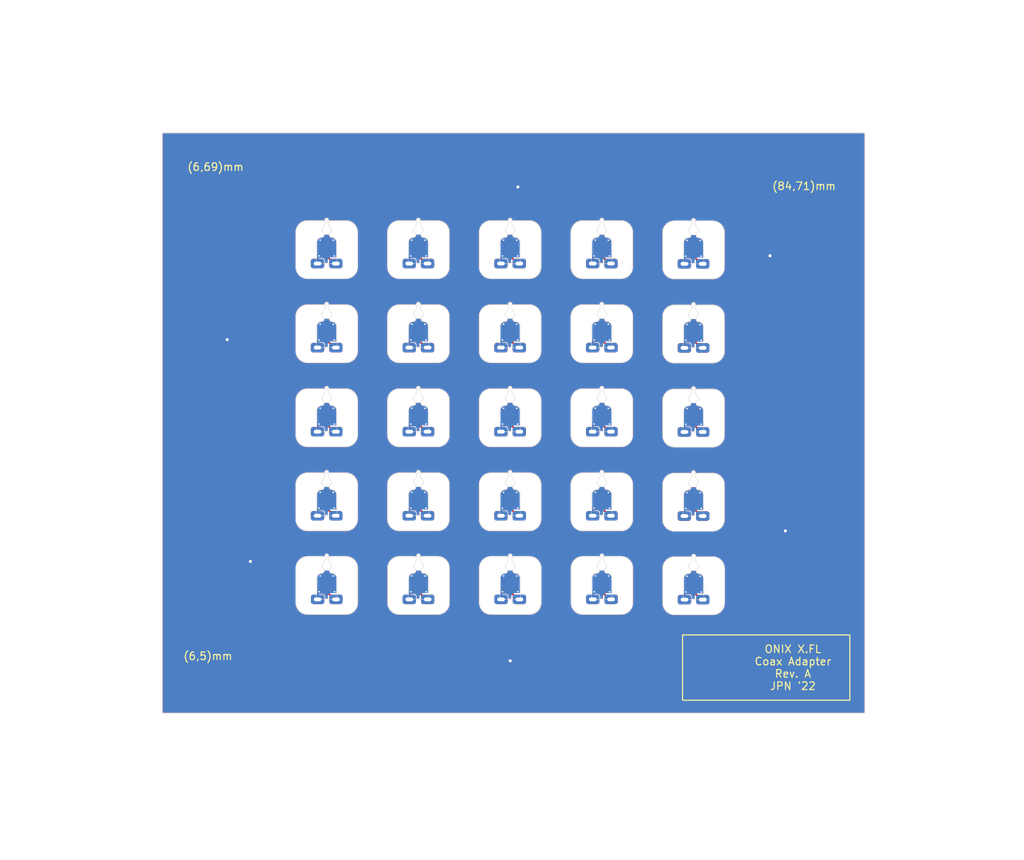
<source format=kicad_pcb>
(kicad_pcb (version 20211014) (generator pcbnew)
  (title_block (title "ONIX X.FL Coax Adapter") (date "2022-01-21") (rev "A") (company "Open Ephys, Inc") (comment 1 "Jonathan P. Newman"))
  (layers (0 "F.Cu" signal) (31 "B.Cu" signal) (34 "B.Paste" user) (35 "F.Paste" user) (36 "B.SilkS" user "B.Silkscreen") (37 "F.SilkS" user "F.Silkscreen") (38 "B.Mask" user) (39 "F.Mask" user) (44 "Edge.Cuts" user))
  (net 0 "")
  (net 1 "/SIG")
  (net 2 "/GND")
  (footprint "jonnew:LINX_CONMHF4-SMD-G" (layer "F.Cu") (at 170.76 108.960081)
    (fp_text reference "J1")
    (fp_text value "Conn_Coaxial" hide)
  )
  (footprint "jonnew:LINX_CONMHF4-SMD-G" (layer "F.Cu") (at 194.76 108.960081)
    (fp_text reference "J1")
    (fp_text value "Conn_Coaxial" hide)
  )
  (footprint "Headstage-64s:Castellation" (layer "F.Cu") (at 169.546 88.984081 90)
    (fp_text reference "TP2")
    (fp_text value "TestPoint" hide)
  )
  (footprint "Headstage-64s:Castellation" (layer "F.Cu") (at 157.546 77.984081 90)
    (fp_text reference "TP2")
    (fp_text value "TestPoint" hide)
  )
  (footprint "Headstage-64s:Castellation" (layer "F.Cu") (at 171.946 99.984081 90)
    (fp_text reference "TP1")
    (fp_text value "TestPoint" hide)
  )
  (footprint "Headstage-64s:Castellation" (layer "F.Cu") (at 207.946 89.022081 90)
    (fp_text reference "TP1")
    (fp_text value "TestPoint" hide)
  )
  (footprint "Headstage-64s:Castellation" (layer "F.Cu") (at 159.946 99.984081 90)
    (fp_text reference "TP1")
    (fp_text value "TestPoint" hide)
  )
  (footprint "jonnew:LINX_CONMHF4-SMD-G" (layer "F.Cu") (at 170.746 76.022081)
    (fp_text reference "J1")
    (fp_text value "Conn_Coaxial" hide)
  )
  (footprint "Headstage-64s:Castellation" (layer "F.Cu") (at 157.56 110.922081 90)
    (fp_text reference "TP2")
    (fp_text value "TestPoint" hide)
  )
  (footprint "Headstage-64s:Castellation" (layer "F.Cu") (at 195.946 99.984081 90)
    (fp_text reference "TP1")
    (fp_text value "TestPoint" hide)
  )
  (footprint "jonnew:LINX_CONMHF4-SMD-G" (layer "F.Cu") (at 194.746 76.022081)
    (fp_text reference "J1")
    (fp_text value "Conn_Coaxial" hide)
  )
  (footprint "Headstage-64s:Castellation" (layer "F.Cu") (at 181.546 88.984081 90)
    (fp_text reference "TP2")
    (fp_text value "TestPoint" hide)
  )
  (footprint "" (layer "F.Cu") (at 221.2 54.85)
    (fp_text reference "")
    (fp_text value "" hide)
  )
  (footprint "Headstage-64s:Castellation" (layer "F.Cu") (at 159.946 66.984081 90)
    (fp_text reference "TP1")
    (fp_text value "TestPoint" hide)
  )
  (footprint "Headstage-64s:Castellation" (layer "F.Cu") (at 169.546 99.984081 90)
    (fp_text reference "TP2")
    (fp_text value "TestPoint" hide)
  )
  (footprint "Headstage-64s:Castellation" (layer "F.Cu") (at 159.96 110.922081 90)
    (fp_text reference "TP1")
    (fp_text value "TestPoint" hide)
  )
  (footprint "Headstage-64s:Castellation" (layer "F.Cu") (at 181.546 66.984081 90)
    (fp_text reference "TP2")
    (fp_text value "TestPoint" hide)
  )
  (footprint "jonnew:LINX_CONMHF4-SMD-G" (layer "F.Cu") (at 182.746 76.022081)
    (fp_text reference "J1")
    (fp_text value "Conn_Coaxial" hide)
  )
  (footprint "Headstage-64s:Castellation" (layer "F.Cu") (at 207.946 100.022081 90)
    (fp_text reference "TP1")
    (fp_text value "TestPoint" hide)
  )
  (footprint "jonnew:LINX_CONMHF4-SMD-G" (layer "F.Cu") (at 182.76 108.960081)
    (fp_text reference "J1")
    (fp_text value "Conn_Coaxial" hide)
  )
  (footprint "Headstage-64s:Castellation" (layer "F.Cu") (at 169.56 110.922081 90)
    (fp_text reference "TP2")
    (fp_text value "TestPoint" hide)
  )
  (footprint "Headstage-64s:Castellation" (layer "F.Cu") (at 193.546 77.984081 90)
    (fp_text reference "TP2")
    (fp_text value "TestPoint" hide)
  )
  (footprint "Headstage-64s:Castellation" (layer "F.Cu") (at 157.546 88.984081 90)
    (fp_text reference "TP2")
    (fp_text value "TestPoint" hide)
  )
  (footprint "" (layer "F.Cu") (at 143.2 120.85)
    (fp_text reference "")
    (fp_text value "" hide)
  )
  (footprint "Headstage-64s:Castellation" (layer "F.Cu") (at 207.96 110.960081 90)
    (fp_text reference "TP1")
    (fp_text value "TestPoint" hide)
  )
  (footprint "Headstage-64s:Castellation" (layer "F.Cu") (at 171.946 88.984081 90)
    (fp_text reference "TP1")
    (fp_text value "TestPoint" hide)
  )
  (footprint "jonnew:LINX_CONMHF4-SMD-G" (layer "F.Cu") (at 194.746 65.022081)
    (fp_text reference "J1")
    (fp_text value "Conn_Coaxial" hide)
  )
  (footprint "jonnew:LINX_CONMHF4-SMD-G" (layer "F.Cu") (at 182.746 87.022081)
    (fp_text reference "J1")
    (fp_text value "Conn_Coaxial" hide)
  )
  (footprint "Headstage-64s:Castellation" (layer "F.Cu") (at 171.946 66.984081 90)
    (fp_text reference "TP1")
    (fp_text value "TestPoint" hide)
  )
  (footprint "Headstage-64s:Castellation" (layer "F.Cu") (at 181.546 99.984081 90)
    (fp_text reference "TP2")
    (fp_text value "TestPoint" hide)
  )
  (footprint "jonnew:LINX_CONMHF4-SMD-G" (layer "F.Cu") (at 158.746 98.022081)
    (fp_text reference "J1")
    (fp_text value "Conn_Coaxial" hide)
  )
  (footprint "jonnew:LINX_CONMHF4-SMD-G" (layer "F.Cu") (at 182.746 98.022081)
    (fp_text reference "J1")
    (fp_text value "Conn_Coaxial" hide)
  )
  (footprint "Headstage-64s:Castellation" (layer "F.Cu") (at 181.56 110.922081 90)
    (fp_text reference "TP2")
    (fp_text value "TestPoint" hide)
  )
  (footprint "jonnew:LINX_CONMHF4-SMD-G" (layer "F.Cu") (at 206.746 98.060081)
    (fp_text reference "J1")
    (fp_text value "Conn_Coaxial" hide)
  )
  (footprint "Headstage-64s:Castellation" (layer "F.Cu") (at 181.546 77.984081 90)
    (fp_text reference "TP2")
    (fp_text value "TestPoint" hide)
  )
  (footprint "Headstage-64s:Castellation" (layer "F.Cu") (at 171.96 110.922081 90)
    (fp_text reference "TP1")
    (fp_text value "TestPoint" hide)
  )
  (footprint "Headstage-64s:Castellation" (layer "F.Cu") (at 195.946 66.984081 90)
    (fp_text reference "TP1")
    (fp_text value "TestPoint" hide)
  )
  (footprint "Headstage-64s:Castellation" (layer "F.Cu") (at 193.546 88.984081 90)
    (fp_text reference "TP2")
    (fp_text value "TestPoint" hide)
  )
  (footprint "jonnew:LINX_CONMHF4-SMD-G" (layer "F.Cu") (at 158.746 65.022081)
    (fp_text reference "J1")
    (fp_text value "Conn_Coaxial" hide)
  )
  (footprint "jonnew:LINX_CONMHF4-SMD-G" (layer "F.Cu") (at 170.746 65.022081)
    (fp_text reference "J1")
    (fp_text value "Conn_Coaxial" hide)
  )
  (footprint "Headstage-64s:Castellation" (layer "F.Cu") (at 169.546 66.984081 90)
    (fp_text reference "TP2")
    (fp_text value "TestPoint" hide)
  )
  (footprint "Headstage-64s:Castellation" (layer "F.Cu") (at 193.56 110.922081 90)
    (fp_text reference "TP2")
    (fp_text value "TestPoint" hide)
  )
  (footprint "jonnew:LINX_CONMHF4-SMD-G" (layer "F.Cu") (at 182.746 65.022081)
    (fp_text reference "J1")
    (fp_text value "Conn_Coaxial" hide)
  )
  (footprint "Headstage-64s:Castellation" (layer "F.Cu") (at 207.946 67.022081 90)
    (fp_text reference "TP1")
    (fp_text value "TestPoint" hide)
  )
  (footprint "jonnew:LINX_CONMHF4-SMD-G" (layer "F.Cu") (at 206.746 87.060081)
    (fp_text reference "J1")
    (fp_text value "Conn_Coaxial" hide)
  )
  (footprint "Headstage-64s:Castellation" (layer "F.Cu") (at 183.946 66.984081 90)
    (fp_text reference "TP1")
    (fp_text value "TestPoint" hide)
  )
  (footprint "jonnew:LINX_CONMHF4-SMD-G" (layer "F.Cu") (at 206.746 76.060081)
    (fp_text reference "J1")
    (fp_text value "Conn_Coaxial" hide)
  )
  (footprint "Headstage-64s:Castellation" (layer "F.Cu") (at 193.546 99.984081 90)
    (fp_text reference "TP2")
    (fp_text value "TestPoint" hide)
  )
  (footprint "Headstage-64s:Castellation" (layer "F.Cu") (at 193.546 66.984081 90)
    (fp_text reference "TP2")
    (fp_text value "TestPoint" hide)
  )
  (footprint "jonnew:LINX_CONMHF4-SMD-G" (layer "F.Cu") (at 194.746 87.022081)
    (fp_text reference "J1")
    (fp_text value "Conn_Coaxial" hide)
  )
  (footprint "Headstage-64s:Castellation" (layer "F.Cu") (at 169.546 77.984081 90)
    (fp_text reference "TP2")
    (fp_text value "TestPoint" hide)
  )
  (footprint "Headstage-64s:Castellation" (layer "F.Cu") (at 157.546 66.984081 90)
    (fp_text reference "TP2")
    (fp_text value "TestPoint" hide)
  )
  (footprint "Headstage-64s:Castellation" (layer "F.Cu") (at 183.96 110.922081 90)
    (fp_text reference "TP1")
    (fp_text value "TestPoint" hide)
  )
  (footprint "jonnew:LINX_CONMHF4-SMD-G" (layer "F.Cu") (at 206.746 65.060081)
    (fp_text reference "J1")
    (fp_text value "Conn_Coaxial" hide)
  )
  (footprint "Headstage-64s:Castellation" (layer "F.Cu") (at 195.96 110.922081 90)
    (fp_text reference "TP1")
    (fp_text value "TestPoint" hide)
  )
  (footprint "jonnew:LINX_CONMHF4-SMD-G" (layer "F.Cu") (at 158.76 108.960081)
    (fp_text reference "J1")
    (fp_text value "Conn_Coaxial" hide)
  )
  (footprint "Headstage-64s:Castellation" (layer "F.Cu") (at 207.946 78.022081 90)
    (fp_text reference "TP1")
    (fp_text value "TestPoint" hide)
  )
  (footprint "jonnew:LINX_CONMHF4-SMD-G" (layer "F.Cu") (at 194.746 98.022081)
    (fp_text reference "J1")
    (fp_text value "Conn_Coaxial" hide)
  )
  (footprint "jonnew:LINX_CONMHF4-SMD-G" (layer "F.Cu") (at 158.746 87.022081)
    (fp_text reference "J1")
    (fp_text value "Conn_Coaxial" hide)
  )
  (footprint "Headstage-64s:Castellation" (layer "F.Cu") (at 205.546 67.022081 90)
    (fp_text reference "TP2")
    (fp_text value "TestPoint" hide)
  )
  (footprint "jonnew:LINX_CONMHF4-SMD-G" (layer "F.Cu") (at 170.746 87.022081)
    (fp_text reference "J1")
    (fp_text value "Conn_Coaxial" hide)
  )
  (footprint "Headstage-64s:Castellation" (layer "F.Cu") (at 195.946 77.984081 90)
    (fp_text reference "TP1")
    (fp_text value "TestPoint" hide)
  )
  (footprint "jonnew:LINX_CONMHF4-SMD-G" (layer "F.Cu") (at 206.76 108.998081)
    (fp_text reference "J1")
    (fp_text value "Conn_Coaxial" hide)
  )
  (footprint "Headstage-64s:Castellation" (layer "F.Cu") (at 171.946 77.984081 90)
    (fp_text reference "TP1")
    (fp_text value "TestPoint" hide)
  )
  (footprint "jonnew:LINX_CONMHF4-SMD-G" (layer "F.Cu") (at 170.746 98.022081)
    (fp_text reference "J1")
    (fp_text value "Conn_Coaxial" hide)
  )
  (footprint "jonnew-eagle:OE-LOGO-7X5" (layer "F.Cu") (at 209.82 120.63875)
    (fp_text reference "")
    (fp_text value "" hide)
  )
  (footprint "Headstage-64s:Castellation" (layer "F.Cu") (at 205.546 78.022081 90)
    (fp_text reference "TP2")
    (fp_text value "TestPoint" hide)
  )
  (footprint "Headstage-64s:Castellation" (layer "F.Cu") (at 205.546 89.022081 90)
    (fp_text reference "TP2")
    (fp_text value "TestPoint" hide)
  )
  (footprint "jonnew:LINX_CONMHF4-SMD-G" (layer "F.Cu") (at 158.746 76.022081)
    (fp_text reference "J1")
    (fp_text value "Conn_Coaxial" hide)
  )
  (footprint "Headstage-64s:Castellation" (layer "F.Cu") (at 159.946 88.984081 90)
    (fp_text reference "TP1")
    (fp_text value "TestPoint" hide)
  )
  (footprint "Headstage-64s:Castellation" (layer "F.Cu") (at 157.546 99.984081 90)
    (fp_text reference "TP2")
    (fp_text value "TestPoint" hide)
  )
  (footprint "Headstage-64s:Castellation" (layer "F.Cu") (at 195.946 88.984081 90)
    (fp_text reference "TP1")
    (fp_text value "TestPoint" hide)
  )
  (footprint "Headstage-64s:Castellation" (layer "F.Cu") (at 205.546 100.022081 90)
    (fp_text reference "TP2")
    (fp_text value "TestPoint" hide)
  )
  (footprint "Fiducial:Fiducial_1mm_Mask2mm" (layer "F.Cu") (at 143.2 56.85)
    (fp_text reference "REF**" hide)
    (fp_text value "Fiducial_1mm_Mask2mm" hide)
  )
  (footprint "Headstage-64s:Castellation" (layer "F.Cu") (at 205.56 110.960081 90)
    (fp_text reference "TP2")
    (fp_text value "TestPoint" hide)
  )
  (footprint "Headstage-64s:Castellation" (layer "F.Cu") (at 183.946 99.984081 90)
    (fp_text reference "TP1")
    (fp_text value "TestPoint" hide)
  )
  (footprint "Headstage-64s:Castellation" (layer "F.Cu") (at 183.946 77.984081 90)
    (fp_text reference "TP1")
    (fp_text value "TestPoint" hide)
  )
  (footprint "Headstage-64s:Castellation" (layer "F.Cu") (at 159.946 77.984081 90)
    (fp_text reference "TP1")
    (fp_text value "TestPoint" hide)
  )
  (footprint "Headstage-64s:Castellation" (layer "F.Cu") (at 183.946 88.984081 90)
    (fp_text reference "TP1")
    (fp_text value "TestPoint" hide)
  )
  (footprint "LOGO" (layer "B.Cu") (at 182.646 97.784081 -90)
    (fp_text reference "G***" hide)
    (fp_text value "LOGO" hide)
  )
  (footprint "LOGO" (layer "B.Cu") (at 182.646 75.784081 -90)
    (fp_text reference "G***" hide)
    (fp_text value "LOGO" hide)
  )
  (footprint "LOGO" (layer "B.Cu") (at 194.66 108.722081 -90)
    (fp_text reference "G***" hide)
    (fp_text value "LOGO" hide)
  )
  (footprint "LOGO" (layer "B.Cu") (at 158.646 97.784081 -90)
    (fp_text reference "G***" hide)
    (fp_text value "LOGO" hide)
  )
  (footprint "LOGO" (layer "B.Cu") (at 206.646 75.822081 -90)
    (fp_text reference "G***" hide)
    (fp_text value "LOGO" hide)
  )
  (footprint "LOGO" (layer "B.Cu") (at 170.66 108.722081 -90)
    (fp_text reference "G***" hide)
    (fp_text value "LOGO" hide)
  )
  (footprint "LOGO" (layer "B.Cu") (at 194.646 86.784081 -90)
    (fp_text reference "G***" hide)
    (fp_text value "LOGO" hide)
  )
  (footprint "LOGO" (layer "B.Cu") (at 194.646 75.784081 -90)
    (fp_text reference "G***" hide)
    (fp_text value "LOGO" hide)
  )
  (footprint "LOGO" (layer "B.Cu") (at 158.646 86.784081 -90)
    (fp_text reference "G***" hide)
    (fp_text value "LOGO" hide)
  )
  (footprint "LOGO" (layer "B.Cu") (at 170.646 97.784081 -90)
    (fp_text reference "G***" hide)
    (fp_text value "LOGO" hide)
  )
  (footprint "LOGO" (layer "B.Cu") (at 206.646 86.822081 -90)
    (fp_text reference "G***" hide)
    (fp_text value "LOGO" hide)
  )
  (footprint "LOGO" (layer "B.Cu") (at 194.646 97.784081 -90)
    (fp_text reference "G***" hide)
    (fp_text value "LOGO" hide)
  )
  (footprint "LOGO" (layer "B.Cu") (at 206.646 97.822081 -90)
    (fp_text reference "G***" hide)
    (fp_text value "LOGO" hide)
  )
  (footprint "LOGO" (layer "B.Cu") (at 170.646 75.784081 -90)
    (fp_text reference "G***" hide)
    (fp_text value "LOGO" hide)
  )
  (footprint "LOGO" (layer "B.Cu") (at 158.646 64.784081 -90)
    (fp_text reference "G***" hide)
    (fp_text value "LOGO" hide)
  )
  (footprint "LOGO" (layer "B.Cu") (at 182.66 108.722081 -90)
    (fp_text reference "G***" hide)
    (fp_text value "LOGO" hide)
  )
  (footprint "LOGO" (layer "B.Cu") (at 206.66 108.760081 -90)
    (fp_text reference "G***" hide)
    (fp_text value "LOGO" hide)
  )
  (footprint "LOGO" (layer "B.Cu") (at 194.646 64.784081 -90)
    (fp_text reference "G***" hide)
    (fp_text value "LOGO" hide)
  )
  (footprint "LOGO" (layer "B.Cu") (at 170.646 64.784081 -90)
    (fp_text reference "G***" hide)
    (fp_text value "LOGO" hide)
  )
  (footprint "LOGO" (layer "B.Cu") (at 170.646 86.784081 -90)
    (fp_text reference "G***" hide)
    (fp_text value "LOGO" hide)
  )
  (footprint "LOGO" (layer "B.Cu") (at 182.646 86.784081 -90)
    (fp_text reference "G***" hide)
    (fp_text value "LOGO" hide)
  )
  (footprint "LOGO" (layer "B.Cu") (at 158.646 75.784081 -90)
    (fp_text reference "G***" hide)
    (fp_text value "LOGO" hide)
  )
  (footprint "LOGO" (layer "B.Cu") (at 206.646 64.822081 -90)
    (fp_text reference "G***" hide)
    (fp_text value "LOGO" hide)
  )
  (footprint "LOGO" (layer "B.Cu") (at 182.646 64.784081 -90)
    (fp_text reference "G***" hide)
    (fp_text value "LOGO" hide)
  )
  (footprint "LOGO" (layer "B.Cu") (at 158.66 108.722081 -90)
    (fp_text reference "G***" hide)
    (fp_text value "LOGO" hide)
  )
  (gr_rect (start 205.31 115.58) (end 227.2 124.12) (layer "F.SilkS") (width 0.15) (fill none))
  (gr_line (start 157.396 64.232) (end 157.396 66.984081) (layer "Edge.Cuts") (width 0.05))
  (gr_arc (start 195.019223 94.940856) (mid 194.96503 94.859751) (end 194.946 94.764081) (layer "Edge.Cuts") (width 0.05))
  (gr_line (start 197.260659 105.35) (end 195.21 105.352081) (layer "Edge.Cuts") (width 0.05))
  (gr_line (start 156.260659 112.85) (end 161.260659 112.85) (layer "Edge.Cuts") (width 0.05))
  (gr_line (start 170.472777 61.940856) (end 170.096 62.564081) (layer "Edge.Cuts") (width 0.05))
  (gr_arc (start 205.396 97.27) (mid 205.599958 96.768644) (end 206.096 96.552081) (layer "Edge.Cuts") (width 0.05))
  (gr_arc (start 182.31 105.352081) (mid 182.491082 105.487023) (end 182.56 105.702081) (layer "Edge.Cuts") (width 0.05))
  (gr_line (start 205.396 78.022081) (end 208.096 78.022081) (layer "Edge.Cuts") (width 0.05))
  (gr_arc (start 170.946 61.764081) (mid 171.014919 61.549023) (end 171.196 61.414081) (layer "Edge.Cuts") (width 0.05))
  (gr_arc (start 166.746659 62.912) (mid 167.185999 61.85134) (end 168.246659 61.412) (layer "Edge.Cuts") (width 0.05))
  (gr_line (start 193.396 88.984081) (end 196.096 88.984081) (layer "Edge.Cuts") (width 0.05))
  (gr_arc (start 183.146 96.064081) (mid 183.219223 95.887304) (end 183.396 95.814081) (layer "Edge.Cuts") (width 0.05))
  (gr_arc (start 198.746659 89.412) (mid 198.307319 90.47266) (end 197.246659 90.912) (layer "Edge.Cuts") (width 0.05))
  (gr_arc (start 157.396 64.232) (mid 157.599958 63.730644) (end 158.096 63.514081) (layer "Edge.Cuts") (width 0.05))
  (gr_line (start 183.41 106.752081) (end 183.41 106.502081) (layer "Edge.Cuts") (width 0.05))
  (gr_arc (start 192.260659 112.85) (mid 191.199999 112.41066) (end 190.760659 111.35) (layer "Edge.Cuts") (width 0.05))
  (gr_arc (start 194.946 83.764081) (mid 195.014919 83.549023) (end 195.196 83.414081) (layer "Edge.Cuts") (width 0.05))
  (gr_line (start 193.396 77.984081) (end 196.096 77.984081) (layer "Edge.Cuts") (width 0.05))
  (gr_line (start 170.472777 83.940856) (end 170.096 84.564081) (layer "Edge.Cuts") (width 0.05))
  (gr_line (start 160.096 99.984081) (end 160.096 97.232) (layer "Edge.Cuts") (width 0.05))
  (gr_line (start 157.396 77.984081) (end 160.096 77.984081) (layer "Edge.Cuts") (width 0.05))
  (gr_line (start 202.746659 84.95) (end 202.746659 89.45) (layer "Edge.Cuts") (width 0.05))
  (gr_line (start 173.246659 72.412) (end 171.196 72.414081) (layer "Edge.Cuts") (width 0.05))
  (gr_arc (start 183.396 63.514081) (mid 183.892035 63.73065) (end 184.096 64.232) (layer "Edge.Cuts") (width 0.05))
  (gr_line (start 206.346 74.102081) (end 206.346 74.302081) (layer "Edge.Cuts") (width 0.05))
  (gr_arc (start 205.41 108.208) (mid 205.613958 107.706644) (end 206.11 107.490081) (layer "Edge.Cuts") (width 0.05))
  (gr_line (start 197.246659 72.412) (end 195.196 72.414081) (layer "Edge.Cuts") (width 0.05))
  (gr_line (start 194.096 62.564081) (end 194.096 62.814081) (layer "Edge.Cuts") (width 0.05))
  (gr_circle (center 158.746 94.284081) (end 158.746 94.484081) (layer "Edge.Cuts") (width 0.05) (fill none))
  (gr_line (start 178.746659 84.912) (end 178.746659 89.412) (layer "Edge.Cuts") (width 0.05))
  (gr_arc (start 197.246659 83.412) (mid 198.307319 83.85134) (end 198.746659 84.912) (layer "Edge.Cuts") (width 0.05))
  (gr_line (start 162.760659 111.35) (end 162.760659 106.85) (layer "Edge.Cuts") (width 0.05))
  (gr_line (start 183.396 62.814081) (end 183.396 62.564081) (layer "Edge.Cuts") (width 0.05))
  (gr_line (start 158.472777 83.940856) (end 158.096 84.564081) (layer "Edge.Cuts") (width 0.05))
  (gr_line (start 183.396 95.564081) (end 183.019223 94.940856) (layer "Edge.Cuts") (width 0.05))
  (gr_arc (start 173.246659 94.412) (mid 174.307319 94.85134) (end 174.746659 95.912) (layer "Edge.Cuts") (width 0.05))
  (gr_line (start 198.746659 78.412) (end 198.746659 73.912) (layer "Edge.Cuts") (width 0.05))
  (gr_line (start 182.296 83.414081) (end 180.246659 83.412) (layer "Edge.Cuts") (width 0.05))
  (gr_line (start 182.31 105.352081) (end 180.260659 105.35) (layer "Edge.Cuts") (width 0.05))
  (gr_arc (start 159.41 107.452081) (mid 159.906035 107.66865) (end 160.11 108.17) (layer "Edge.Cuts") (width 0.05))
  (gr_arc (start 198.746659 78.412) (mid 198.307319 79.47266) (end 197.246659 79.912) (layer "Edge.Cuts") (width 0.05))
  (gr_arc (start 183.396 96.514081) (mid 183.892035 96.73065) (end 184.096 97.232) (layer "Edge.Cuts") (width 0.05))
  (gr_arc (start 159.16 107.002081) (mid 159.233223 106.825304) (end 159.41 106.752081) (layer "Edge.Cuts") (width 0.05))
  (gr_arc (start 166.746659 84.912) (mid 167.185999 83.85134) (end 168.246659 83.412) (layer "Edge.Cuts") (width 0.05))
  (gr_line (start 169.396 97.232) (end 169.396 99.984081) (layer "Edge.Cuts") (width 0.05))
  (gr_arc (start 159.396 74.514081) (mid 159.892035 74.73065) (end 160.096 75.232) (layer "Edge.Cuts") (width 0.05))
  (gr_arc (start 161.246659 83.412) (mid 162.307319 83.85134) (end 162.746659 84.912) (layer "Edge.Cuts") (width 0.05))
  (gr_arc (start 180.246659 79.912) (mid 179.185999 79.47266) (end 178.746659 78.412) (layer "Edge.Cuts") (width 0.05))
  (gr_line (start 205.396 75.27) (end 205.396 78.022081) (layer "Edge.Cuts") (width 0.05))
  (gr_line (start 182.486777 105.878856) (end 182.11 106.502081) (layer "Edge.Cuts") (width 0.05))
  (gr_arc (start 190.746659 73.912) (mid 191.185999 72.85134) (end 192.246659 72.412) (layer "Edge.Cuts") (width 0.05))
  (gr_line (start 182.346 74.064081) (end 182.346 74.264081) (layer "Edge.Cuts") (width 0.05))
  (gr_circle (center 170.746 72.284081) (end 170.746 72.484081) (layer "Edge.Cuts") (width 0.05) (fill none))
  (gr_arc (start 182.946 72.764081) (mid 183.014919 72.549023) (end 183.196 72.414081) (layer "Edge.Cuts") (width 0.05))
  (gr_line (start 206.096 95.602081) (end 206.096 95.852081) (layer "Edge.Cuts") (width 0.05))
  (gr_arc (start 210.746659 100.45) (mid 210.307319 101.51066) (end 209.246659 101.95) (layer "Edge.Cuts") (width 0.05))
  (gr_line (start 205.396 67.022081) (end 208.096 67.022081) (layer "Edge.Cuts") (width 0.05))
  (gr_line (start 170.096 73.564081) (end 170.096 73.814081) (layer "Edge.Cuts") (width 0.05))
  (gr_line (start 159.396 95.564081) (end 159.019223 94.940856) (layer "Edge.Cuts") (width 0.05))
  (gr_line (start 154.746659 62.912) (end 154.746659 67.412) (layer "Edge.Cuts") (width 0.05))
  (gr_arc (start 156.246659 79.912) (mid 155.185999 79.47266) (end 154.746659 78.412) (layer "Edge.Cuts") (width 0.05))
  (gr_line (start 182.36 107.002081) (end 182.36 107.202081) (layer "Edge.Cuts") (width 0.05))
  (gr_arc (start 154.760659 106.85) (mid 155.199999 105.78934) (end 156.260659 105.35) (layer "Edge.Cuts") (width 0.05))
  (gr_arc (start 170.296 83.414081) (mid 170.477082 83.549023) (end 170.546 83.764081) (layer "Edge.Cuts") (width 0.05))
  (gr_arc (start 183.396 74.514081) (mid 183.892035 74.73065) (end 184.096 75.232) (layer "Edge.Cuts") (width 0.05))
  (gr_line (start 209.246659 61.45) (end 207.196 61.452081) (layer "Edge.Cuts") (width 0.05))
  (gr_arc (start 171.146 85.064081) (mid 171.219223 84.887304) (end 171.396 84.814081) (layer "Edge.Cuts") (width 0.05))
  (gr_line (start 159.396 73.564081) (end 159.019223 72.940856) (layer "Edge.Cuts") (width 0.05))
  (gr_line (start 157.396 99.984081) (end 160.096 99.984081) (layer "Edge.Cuts") (width 0.05))
  (gr_line (start 184.096 77.984081) (end 184.096 75.232) (layer "Edge.Cuts") (width 0.05))
  (gr_arc (start 207.396 63.552081) (mid 207.219223 63.478858) (end 207.146 63.302081) (layer "Edge.Cuts") (width 0.05))
  (gr_arc (start 170.096 84.814081) (mid 170.272777 84.887304) (end 170.346 85.064081) (layer "Edge.Cuts") (width 0.05))
  (gr_arc (start 207.019223 83.978856) (mid 206.96503 83.897751) (end 206.946 83.802081) (layer "Edge.Cuts") (width 0.05))
  (gr_line (start 181.396 64.232) (end 181.396 66.984081) (layer "Edge.Cuts") (width 0.05))
  (gr_arc (start 169.396 75.232) (mid 169.599958 74.730644) (end 170.096 74.514081) (layer "Edge.Cuts") (width 0.05))
  (gr_line (start 168.246659 68.912) (end 173.246659 68.912) (layer "Edge.Cuts") (width 0.05))
  (gr_line (start 204.246659 90.95) (end 209.246659 90.95) (layer "Edge.Cuts") (width 0.05))
  (gr_line (start 194.36 107.002081) (end 194.36 107.202081) (layer "Edge.Cuts") (width 0.05))
  (gr_line (start 159.41 106.752081) (end 159.41 106.502081) (layer "Edge.Cuts") (width 0.05))
  (gr_arc (start 182.346 85.264081) (mid 182.272777 85.440858) (end 182.096 85.514081) (layer "Edge.Cuts") (width 0.05))
  (gr_line (start 194.472777 94.940856) (end 194.096 95.564081) (layer "Edge.Cuts") (width 0.05))
  (gr_line (start 171.146 85.264081) (end 171.146 85.064081) (layer "Edge.Cuts") (width 0.05))
  (gr_line (start 180.246659 101.912) (end 185.246659 101.912) (layer "Edge.Cuts") (width 0.05))
  (gr_line (start 195.396 84.814081) (end 195.396 84.564081) (layer "Edge.Cuts") (width 0.05))
  (gr_arc (start 174.746659 78.412) (mid 174.307319 79.47266) (end 173.246659 79.912) (layer "Edge.Cuts") (width 0.05))
  (gr_line (start 202.760659 106.888) (end 202.760659 111.388) (layer "Edge.Cuts") (width 0.05))
  (gr_arc (start 158.36 107.202081) (mid 158.286777 107.378858) (end 158.11 107.452081) (layer "Edge.Cuts") (width 0.05))
  (gr_arc (start 194.31 105.352081) (mid 194.491082 105.487023) (end 194.56 105.702081) (layer "Edge.Cuts") (width 0.05))
  (gr_line (start 182.096 95.564081) (end 182.096 95.814081) (layer "Edge.Cuts") (width 0.05))
  (gr_arc (start 194.346 85.264081) (mid 194.272777 85.440858) (end 194.096 85.514081) (layer "Edge.Cuts") (width 0.05))
  (gr_arc (start 195.146 96.064081) (mid 195.219223 95.887304) (end 195.396 95.814081) (layer "Edge.Cuts") (width 0.05))
  (gr_line (start 206.36 107.040081) (end 206.36 107.240081) (layer "Edge.Cuts") (width 0.05))
  (gr_arc (start 173.246659 83.412) (mid 174.307319 83.85134) (end 174.746659 84.912) (layer "Edge.Cuts") (width 0.05))
  (gr_arc (start 194.096 73.814081) (mid 194.272777 73.887304) (end 194.346 74.064081) (layer "Edge.Cuts") (width 0.05))
  (gr_arc (start 195.146 63.064081) (mid 195.219223 62.887304) (end 195.396 62.814081) (layer "Edge.Cuts") (width 0.05))
  (gr_arc (start 183.396 63.514081) (mid 183.219223 63.440858) (end 183.146 63.264081) (layer "Edge.Cuts") (width 0.05))
  (gr_line (start 205.396 97.27) (end 205.396 100.022081) (layer "Edge.Cuts") (width 0.05))
  (gr_line (start 195.396 95.814081) (end 195.396 95.564081) (layer "Edge.Cuts") (width 0.05))
  (gr_line (start 195.146 74.264081) (end 195.146 74.064081) (layer "Edge.Cuts") (width 0.05))
  (gr_line (start 161.260659 105.35) (end 159.21 105.352081) (layer "Edge.Cuts") (width 0.05))
  (gr_line (start 195.396 73.564081) (end 195.019223 72.940856) (layer "Edge.Cuts") (width 0.05))
  (gr_line (start 195.16 107.202081) (end 195.16 107.002081) (layer "Edge.Cuts") (width 0.05))
  (gr_arc (start 195.019223 72.940856) (mid 194.96503 72.859751) (end 194.946 72.764081) (layer "Edge.Cuts") (width 0.05))
  (gr_line (start 171.146 96.264081) (end 171.146 96.064081) (layer "Edge.Cuts") (width 0.05))
  (gr_arc (start 197.246659 61.412) (mid 198.307319 61.85134) (end 198.746659 62.912) (layer "Edge.Cuts") (width 0.05))
  (gr_line (start 178.746659 73.912) (end 178.746659 78.412) (layer "Edge.Cuts") (width 0.05))
  (gr_line (start 210.746659 78.45) (end 210.746659 73.95) (layer "Edge.Cuts") (width 0.05))
  (gr_arc (start 183.396 74.514081) (mid 183.219223 74.440858) (end 183.146 74.264081) (layer "Edge.Cuts") (width 0.05))
  (gr_arc (start 206.56 105.740081) (mid 206.54097 105.835751) (end 206.486777 105.916856) (layer "Edge.Cuts") (width 0.05))
  (gr_arc (start 170.546 61.764081) (mid 170.52697 61.859751) (end 170.472777 61.940856) (layer "Edge.Cuts") (width 0.05))
  (gr_line (start 158.346 96.064081) (end 158.346 96.264081) (layer "Edge.Cuts") (width 0.05))
  (gr_circle (center 194.76 105.222081) (end 194.76 105.422081) (layer "Edge.Cuts") (width 0.05) (fill none))
  (gr_arc (start 178.746659 62.912) (mid 179.185999 61.85134) (end 180.246659 61.412) (layer "Edge.Cuts") (width 0.05))
  (gr_arc (start 171.019223 72.940856) (mid 170.96503 72.859751) (end 170.946 72.764081) (layer "Edge.Cuts") (width 0.05))
  (gr_line (start 169.396 88.984081) (end 172.096 88.984081) (layer "Edge.Cuts") (width 0.05))
  (gr_line (start 158.096 95.564081) (end 158.096 95.814081) (layer "Edge.Cuts") (width 0.05))
  (gr_line (start 160.096 66.984081) (end 160.096 64.232) (layer "Edge.Cuts") (width 0.05))
  (gr_line (start 202.746659 73.95) (end 202.746659 78.45) (layer "Edge.Cuts") (width 0.05))
  (gr_arc (start 162.760659 111.35) (mid 162.321319 112.41066) (end 161.260659 112.85) (layer "Edge.Cuts") (width 0.05))
  (gr_arc (start 192.246659 68.912) (mid 191.185999 68.47266) (end 190.746659 67.412) (layer "Edge.Cuts") (width 0.05))
  (gr_arc (start 170.96 105.702081) (mid 171.028919 105.487023) (end 171.21 105.352081) (layer "Edge.Cuts") (width 0.05))
  (gr_rect (start 137.2 49.85) (end 229.2 125.85) (layer "Edge.Cuts") (width 0.05) (fill none))
  (gr_line (start 183.396 62.564081) (end 183.019223 61.940856) (layer "Edge.Cuts") (width 0.05))
  (gr_line (start 169.396 66.984081) (end 172.096 66.984081) (layer "Edge.Cuts") (width 0.05))
  (gr_line (start 156.246659 79.912) (end 161.246659 79.912) (layer "Edge.Cuts") (width 0.05))
  (gr_line (start 169.396 86.232) (end 169.396 88.984081) (layer "Edge.Cuts") (width 0.05))
  (gr_line (start 207.146 85.302081) (end 207.146 85.102081) (layer "Edge.Cuts") (width 0.05))
  (gr_line (start 170.296 94.414081) (end 168.246659 94.412) (layer "Edge.Cuts") (width 0.05))
  (gr_line (start 158.296 83.414081) (end 156.246659 83.412) (layer "Edge.Cuts") (width 0.05))
  (gr_arc (start 202.746659 84.95) (mid 203.185999 83.88934) (end 204.246659 83.45) (layer "Edge.Cuts") (width 0.05))
  (gr_line (start 186.746659 100.412) (end 186.746659 95.912) (layer "Edge.Cuts") (width 0.05))
  (gr_line (start 207.396 84.602081) (end 207.019223 83.978856) (layer "Edge.Cuts") (width 0.05))
  (gr_arc (start 161.246659 94.412) (mid 162.307319 94.85134) (end 162.746659 95.912) (layer "Edge.Cuts") (width 0.05))
  (gr_line (start 158.296 72.414081) (end 156.246659 72.412) (layer "Edge.Cuts") (width 0.05))
  (gr_line (start 207.396 73.852081) (end 207.396 73.602081) (layer "Edge.Cuts") (width 0.05))
  (gr_line (start 158.096 62.564081) (end 158.096 62.814081) (layer "Edge.Cuts") (width 0.05))
  (gr_arc (start 154.746659 95.912) (mid 155.185999 94.85134) (end 156.246659 94.412) (layer "Edge.Cuts") (width 0.05))
  (gr_line (start 195.41 106.752081) (end 195.41 106.502081) (layer "Edge.Cuts") (width 0.05))
  (gr_arc (start 159.146 85.064081) (mid 159.219223 84.887304) (end 159.396 84.814081) (layer "Edge.Cuts") (width 0.05))
  (gr_arc (start 209.246659 61.45) (mid 210.307319 61.88934) (end 210.746659 62.95) (layer "Edge.Cuts") (width 0.05))
  (gr_line (start 190.746659 84.912) (end 190.746659 89.412) (layer "Edge.Cuts") (width 0.05))
  (gr_line (start 174.746659 78.412) (end 174.746659 73.912) (layer "Edge.Cuts") (width 0.05))
  (gr_line (start 173.246659 94.412) (end 171.196 94.414081) (layer "Edge.Cuts") (width 0.05))
  (gr_arc (start 158.096 95.814081) (mid 158.272777 95.887304) (end 158.346 96.064081) (layer "Edge.Cuts") (width 0.05))
  (gr_arc (start 158.346 63.264081) (mid 158.272777 63.440858) (end 158.096 63.514081) (layer "Edge.Cuts") (width 0.05))
  (gr_arc (start 210.746659 78.45) (mid 210.307319 79.51066) (end 209.246659 79.95) (layer "Edge.Cuts") (width 0.05))
  (gr_line (start 206.11 106.540081) (end 206.11 106.790081) (layer "Edge.Cuts") (width 0.05))
  (gr_arc (start 209.246659 83.45) (mid 210.307319 83.88934) (end 210.746659 84.95) (layer "Edge.Cuts") (width 0.05))
  (gr_line (start 170.096 95.564081) (end 170.096 95.814081) (layer "Edge.Cuts") (width 0.05))
  (gr_line (start 174.746659 67.412) (end 174.746659 62.912) (layer "Edge.Cuts") (width 0.05))
  (gr_line (start 170.346 96.064081) (end 170.346 96.264081) (layer "Edge.Cuts") (width 0.05))
  (gr_line (start 183.146 74.264081) (end 183.146 74.064081) (layer "Edge.Cuts") (width 0.05))
  (gr_arc (start 206.546 83.802081) (mid 206.52697 83.897751) (end 206.472777 83.978856) (layer "Edge.Cuts") (width 0.05))
  (gr_arc (start 156.246659 101.912) (mid 155.185999 101.47266) (end 154.746659 100.412) (layer "Edge.Cuts") (width 0.05))
  (gr_arc (start 170.546 72.764081) (mid 170.52697 72.859751) (end 170.472777 72.940856) (layer "Edge.Cuts") (width 0.05))
  (gr_arc (start 207.033223 105.916856) (mid 206.97903 105.835751) (end 206.96 105.740081) (layer "Edge.Cuts") (width 0.05))
  (gr_line (start 196.096 77.984081) (end 196.096 75.232) (layer "Edge.Cuts") (width 0.05))
  (gr_arc (start 194.946 72.764081) (mid 195.014919 72.549023) (end 195.196 72.414081) (layer "Edge.Cuts") (width 0.05))
  (gr_line (start 194.31 105.352081) (end 192.260659 105.35) (layer "Edge.Cuts") (width 0.05))
  (gr_arc (start 154.746659 84.912) (mid 155.185999 83.85134) (end 156.246659 83.412) (layer "Edge.Cuts") (width 0.05))
  (gr_arc (start 157.41 108.17) (mid 157.613958 107.668644) (end 158.11 107.452081) (layer "Edge.Cuts") (width 0.05))
  (gr_arc (start 195.396 74.514081) (mid 195.892035 74.73065) (end 196.096 75.232) (layer "Edge.Cuts") (width 0.05))
  (gr_line (start 210.746659 89.45) (end 210.746659 84.95) (layer "Edge.Cuts") (width 0.05))
  (gr_arc (start 158.096 84.814081) (mid 158.272777 84.887304) (end 158.346 85.064081) (layer "Edge.Cuts") (width 0.05))
  (gr_line (start 180.260659 112.85) (end 185.260659 112.85) (layer "Edge.Cuts") (width 0.05))
  (gr_line (start 160.096 77.984081) (end 160.096 75.232) (layer "Edge.Cuts") (width 0.05))
  (gr_line (start 194.346 85.064081) (end 194.346 85.264081) (layer "Edge.Cuts") (width 0.05))
  (gr_line (start 194.486777 105.878856) (end 194.11 106.502081) (layer "Edge.Cuts") (width 0.05))
  (gr_arc (start 171.019223 61.940856) (mid 170.96503 61.859751) (end 170.946 61.764081) (layer "Edge.Cuts") (width 0.05))
  (gr_line (start 192.246659 79.912) (end 197.246659 79.912) (layer "Edge.Cuts") (width 0.05))
  (gr_line (start 181.396 99.984081) (end 184.096 99.984081) (layer "Edge.Cuts") (width 0.05))
  (gr_arc (start 195.396 74.514081) (mid 195.219223 74.440858) (end 195.146 74.264081) (layer "Edge.Cuts") (width 0.05))
  (gr_line (start 193.396 64.232) (end 193.396 66.984081) (layer "Edge.Cuts") (width 0.05))
  (gr_line (start 169.396 99.984081) (end 172.096 99.984081) (layer "Edge.Cuts") (width 0.05))
  (gr_arc (start 170.546 94.764081) (mid 170.52697 94.859751) (end 170.472777 94.940856) (layer "Edge.Cuts") (width 0.05))
  (gr_line (start 169.396 77.984081) (end 172.096 77.984081) (layer "Edge.Cuts") (width 0.05))
  (gr_line (start 196.096 99.984081) (end 196.096 97.232) (layer "Edge.Cuts") (width 0.05))
  (gr_arc (start 210.746659 89.45) (mid 210.307319 90.51066) (end 209.246659 90.95) (layer "Edge.Cuts") (width 0.05))
  (gr_arc (start 158.96 105.702081) (mid 159.028919 105.487023) (end 159.21 105.352081) (layer "Edge.Cuts") (width 0.05))
  (gr_line (start 157.396 97.232) (end 157.396 99.984081) (layer "Edge.Cuts") (width 0.05))
  (gr_arc (start 159.019223 94.940856) (mid 158.96503 94.859751) (end 158.946 94.764081) (layer "Edge.Cuts") (width 0.05))
  (gr_arc (start 193.41 108.17) (mid 193.613958 107.668644) (end 194.11 107.452081) (layer "Edge.Cuts") (width 0.05))
  (gr_line (start 159.396 95.814081) (end 159.396 95.564081) (layer "Edge.Cuts") (width 0.05))
  (gr_arc (start 154.746659 62.912) (mid 155.185999 61.85134) (end 156.246659 61.412) (layer "Edge.Cuts") (width 0.05))
  (gr_line (start 159.41 106.502081) (end 159.033223 105.878856) (layer "Edge.Cuts") (width 0.05))
  (gr_line (start 170.31 105.352081) (end 168.260659 105.35) (layer "Edge.Cuts") (width 0.05))
  (gr_arc (start 206.546 94.802081) (mid 206.52697 94.897751) (end 206.472777 94.978856) (layer "Edge.Cuts") (width 0.05))
  (gr_arc (start 206.296 61.452081) (mid 206.477082 61.587023) (end 206.546 61.802081) (layer "Edge.Cuts") (width 0.05))
  (gr_line (start 206.096 73.602081) (end 206.096 73.852081) (layer "Edge.Cuts") (width 0.05))
  (gr_arc (start 159.146 63.064081) (mid 159.219223 62.887304) (end 159.396 62.814081) (layer "Edge.Cuts") (width 0.05))
  (gr_line (start 166.746659 73.912) (end 166.746659 78.412) (layer "Edge.Cuts") (width 0.05))
  (gr_line (start 196.096 88.984081) (end 196.096 86.232) (layer "Edge.Cuts") (width 0.05))
  (gr_arc (start 194.096 95.814081) (mid 194.272777 95.887304) (end 194.346 96.064081) (layer "Edge.Cuts") (width 0.05))
  (gr_line (start 204.246659 79.95) (end 209.246659 79.95) (layer "Edge.Cuts") (width 0.05))
  (gr_arc (start 158.546 61.764081) (mid 158.52697 61.859751) (end 158.472777 61.940856) (layer "Edge.Cuts") (width 0.05))
  (gr_arc (start 193.396 86.232) (mid 193.599958 85.730644) (end 194.096 85.514081) (layer "Edge.Cuts") (width 0.05))
  (gr_line (start 170.296 83.414081) (end 168.246659 83.412) (layer "Edge.Cuts") (width 0.05))
  (gr_circle (center 206.76 105.260081) (end 206.76 105.460081) (layer "Edge.Cuts") (width 0.05) (fill none))
  (gr_arc (start 209.246659 72.45) (mid 210.307319 72.88934) (end 210.746659 73.95) (layer "Edge.Cuts") (width 0.05))
  (gr_line (start 185.260659 105.35) (end 183.21 105.352081) (layer "Edge.Cuts") (width 0.05))
  (gr_line (start 157.396 75.232) (end 157.396 77.984081) (layer "Edge.Cuts") (width 0.05))
  (gr_line (start 158.296 61.414081) (end 156.246659 61.412) (layer "Edge.Cuts") (width 0.05))
  (gr_arc (start 194.36 107.202081) (mid 194.286777 107.378858) (end 194.11 107.452081) (layer "Edge.Cuts") (width 0.05))
  (gr_arc (start 183.396 85.514081) (mid 183.892035 85.73065) (end 184.096 86.232) (layer "Edge.Cuts") (width 0.05))
  (gr_circle (center 182.746 94.284081) (end 182.746 94.484081) (layer "Edge.Cuts") (width 0.05) (fill none))
  (gr_arc (start 204.246659 68.95) (mid 203.185999 68.51066) (end 202.746659 67.45) (layer "Edge.Cuts") (width 0.05))
  (gr_arc (start 171.41 107.452081) (mid 171.906035 107.66865) (end 172.11 108.17) (layer "Edge.Cuts") (width 0.05))
  (gr_arc (start 190.746659 95.912) (mid 191.185999 94.85134) (end 192.246659 94.412) (layer "Edge.Cuts") (width 0.05))
  (gr_arc (start 202.746659 62.95) (mid 203.185999 61.88934) (end 204.246659 61.45) (layer "Edge.Cuts") (width 0.05))
  (gr_arc (start 207.146 74.102081) (mid 207.219223 73.925304) (end 207.396 73.852081) (layer "Edge.Cuts") (width 0.05))
  (gr_line (start 158.472777 94.940856) (end 158.096 95.564081) (layer "Edge.Cuts") (width 0.05))
  (gr_arc (start 193.396 75.232) (mid 193.599958 74.730644) (end 194.096 74.514081) (layer "Edge.Cuts") (width 0.05))
  (gr_arc (start 197.260659 105.35) (mid 198.321319 105.78934) (end 198.760659 106.85) (layer "Edge.Cuts") (width 0.05))
  (gr_line (start 172.096 66.984081) (end 172.096 64.232) (layer "Edge.Cuts") (width 0.05))
  (gr_arc (start 206.546 72.802081) (mid 206.52697 72.897751) (end 206.472777 72.978856) (layer "Edge.Cuts") (width 0.05))
  (gr_line (start 182.346 85.064081) (end 182.346 85.264081) (layer "Edge.Cuts") (width 0.05))
  (gr_arc (start 166.760659 106.85) (mid 167.199999 105.78934) (end 168.260659 105.35) (layer "Edge.Cuts") (width 0.05))
  (gr_arc (start 182.096 62.814081) (mid 182.272777 62.887304) (end 182.346 63.064081) (layer "Edge.Cuts") (width 0.05))
  (gr_line (start 154.746659 84.912) (end 154.746659 89.412) (layer "Edge.Cuts") (width 0.05))
  (gr_line (start 170.096 84.564081) (end 170.096 84.814081) (layer "Edge.Cuts") (width 0.05))
  (gr_arc (start 181.396 97.232) (mid 181.599958 96.730644) (end 182.096 96.514081) (layer "Edge.Cuts") (width 0.05))
  (gr_arc (start 158.31 105.352081) (mid 158.491082 105.487023) (end 158.56 105.702081) (layer "Edge.Cuts") (width 0.05))
  (gr_line (start 206.346 85.102081) (end 206.346 85.302081) (layer "Edge.Cuts") (width 0.05))
  (gr_line (start 158.096 73.564081) (end 158.096 73.814081) (layer "Edge.Cuts") (width 0.05))
  (gr_arc (start 209.260659 105.388) (mid 210.321319 105.82734) (end 210.760659 106.888) (layer "Edge.Cuts") (width 0.05))
  (gr_line (start 194.11 106.502081) (end 194.11 106.752081) (layer "Edge.Cuts") (width 0.05))
  (gr_arc (start 183.41 107.452081) (mid 183.233223 107.378858) (end 183.16 107.202081) (layer "Edge.Cuts") (width 0.05))
  (gr_arc (start 206.11 106.790081) (mid 206.286777 106.863304) (end 206.36 107.040081) (layer "Edge.Cuts") (width 0.05))
  (gr_line (start 208.096 67.022081) (end 208.096 64.27) (layer "Edge.Cuts") (width 0.05))
  (gr_line (start 207.16 107.240081) (end 207.16 107.040081) (layer "Edge.Cuts") (width 0.05))
  (gr_line (start 156.246659 101.912) (end 161.246659 101.912) (layer "Edge.Cuts") (width 0.05))
  (gr_line (start 204.246659 68.95) (end 209.246659 68.95) (layer "Edge.Cuts") (width 0.05))
  (gr_arc (start 205.396 64.27) (mid 205.599958 63.768644) (end 206.096 63.552081) (layer "Edge.Cuts") (width 0.05))
  (gr_line (start 162.746659 67.412) (end 162.746659 62.912) (layer "Edge.Cuts") (width 0.05))
  (gr_arc (start 207.396 74.552081) (mid 207.219223 74.478858) (end 207.146 74.302081) (layer "Edge.Cuts") (width 0.05))
  (gr_arc (start 170.946 72.764081) (mid 171.014919 72.549023) (end 171.196 72.414081) (layer "Edge.Cuts") (width 0.05))
  (gr_arc (start 171.396 63.514081) (mid 171.892035 63.73065) (end 172.096 64.232) (layer "Edge.Cuts") (width 0.05))
  (gr_arc (start 185.246659 94.412) (mid 186.307319 94.85134) (end 186.746659 95.912) (layer "Edge.Cuts") (width 0.05))
  (gr_line (start 171.396 73.564081) (end 171.019223 72.940856) (layer "Edge.Cuts") (width 0.05))
  (gr_line (start 195.41 106.502081) (end 195.033223 105.878856) (layer "Edge.Cuts") (width 0.05))
  (gr_line (start 171.396 62.814081) (end 171.396 62.564081) (layer "Edge.Cuts") (width 0.05))
  (gr_arc (start 181.396 64.232) (mid 181.599958 63.730644) (end 182.096 63.514081) (layer "Edge.Cuts") (width 0.05))
  (gr_arc (start 206.546 61.802081) (mid 206.52697 61.897751) (end 206.472777 61.978856) (layer "Edge.Cuts") (width 0.05))
  (gr_line (start 209.246659 72.45) (end 207.196 72.452081) (layer "Edge.Cuts") (width 0.05))
  (gr_arc (start 170.346 74.264081) (mid 170.272777 74.440858) (end 170.096 74.514081) (layer "Edge.Cuts") (width 0.05))
  (gr_arc (start 159.396 85.514081) (mid 159.892035 85.73065) (end 160.096 86.232) (layer "Edge.Cuts") (width 0.05))
  (gr_line (start 170.486777 105.878856) (end 170.11 106.502081) (layer "Edge.Cuts") (width 0.05))
  (gr_arc (start 158.56 105.702081) (mid 158.54097 105.797751) (end 158.486777 105.878856) (layer "Edge.Cuts") (width 0.05))
  (gr_arc (start 171.396 74.514081) (mid 171.219223 74.440858) (end 171.146 74.264081) (layer "Edge.Cuts") (width 0.05))
  (gr_line (start 161.246659 94.412) (end 159.196 94.414081) (layer "Edge.Cuts") (width 0.05))
  (gr_line (start 157.396 66.984081) (end 160.096 66.984081) (layer "Edge.Cuts") (width 0.05))
  (gr_arc (start 194.96 105.702081) (mid 195.028919 105.487023) (end 195.21 105.352081) (layer "Edge.Cuts") (width 0.05))
  (gr_line (start 182.472777 72.940856) (end 182.096 73.564081) (layer "Edge.Cuts") (width 0.05))
  (gr_line (start 181.41 108.17) (end 181.41 110.922081) (layer "Edge.Cuts") (width 0.05))
  (gr_arc (start 171.396 96.514081) (mid 171.219223 96.440858) (end 171.146 96.264081) (layer "Edge.Cuts") (width 0.05))
  (gr_line (start 206.346 63.102081) (end 206.346 63.302081) (layer "Edge.Cuts") (width 0.05))
  (gr_line (start 182.472777 83.940856) (end 182.096 84.564081) (layer "Edge.Cuts") (width 0.05))
  (gr_line (start 170.472777 94.940856) (end 170.096 95.564081) (layer "Edge.Cuts") (width 0.05))
  (gr_arc (start 178.746659 95.912) (mid 179.185999 94.85134) (end 180.246659 94.412) (layer "Edge.Cuts") (width 0.05))
  (gr_line (start 193.396 75.232) (end 193.396 77.984081) (layer "Edge.Cuts") (width 0.05))
  (gr_arc (start 190.760659 106.85) (mid 191.199999 105.78934) (end 192.260659 105.35) (layer "Edge.Cuts") (width 0.05))
  (gr_arc (start 170.56 105.702081) (mid 170.54097 105.797751) (end 170.486777 105.878856) (layer "Edge.Cuts") (width 0.05))
  (gr_line (start 209.246659 94.45) (end 207.196 94.452081) (layer "Edge.Cuts") (width 0.05))
  (gr_line (start 195.146 85.264081) (end 195.146 85.064081) (layer "Edge.Cuts") (width 0.05))
  (gr_arc (start 168.260659 112.85) (mid 167.199999 112.41066) (end 166.760659 111.35) (layer "Edge.Cuts") (width 0.05))
  (gr_line (start 186.760659 111.35) (end 186.760659 106.85) (layer "Edge.Cuts") (width 0.05))
  (gr_arc (start 181.41 108.17) (mid 181.613958 107.668644) (end 182.11 107.452081) (layer "Edge.Cuts") (width 0.05))
  (gr_line (start 206.296 61.452081) (end 204.246659 61.45) (layer "Edge.Cuts") (width 0.05))
  (gr_arc (start 158.546 94.764081) (mid 158.52697 94.859751) (end 158.472777 94.940856) (layer "Edge.Cuts") (width 0.05))
  (gr_arc (start 183.019223 72.940856) (mid 182.96503 72.859751) (end 182.946 72.764081) (layer "Edge.Cuts") (width 0.05))
  (gr_arc (start 182.096 95.814081) (mid 182.272777 95.887304) (end 182.346 96.064081) (layer "Edge.Cuts") (width 0.05))
  (gr_arc (start 170.946 94.764081) (mid 171.014919 94.549023) (end 171.196 94.414081) (layer "Edge.Cuts") (width 0.05))
  (gr_line (start 195.396 62.814081) (end 195.396 62.564081) (layer "Edge.Cuts") (width 0.05))
  (gr_arc (start 183.019223 83.940856) (mid 182.96503 83.859751) (end 182.946 83.764081) (layer "Edge.Cuts") (width 0.05))
  (gr_arc (start 206.296 72.452081) (mid 206.477082 72.587023) (end 206.546 72.802081) (layer "Edge.Cuts") (width 0.05))
  (gr_line (start 183.396 95.814081) (end 183.396 95.564081) (layer "Edge.Cuts") (width 0.05))
  (gr_line (start 190.746659 62.912) (end 190.746659 67.412) (layer "Edge.Cuts") (width 0.05))
  (gr_arc (start 159.146 74.064081) (mid 159.219223 73.887304) (end 159.396 73.814081) (layer "Edge.Cuts") (width 0.05))
  (gr_arc (start 195.146 74.064081) (mid 195.219223 73.887304) (end 195.396 73.814081) (layer "Edge.Cuts") (width 0.05))
  (gr_line (start 181.396 77.984081) (end 184.096 77.984081) (layer "Edge.Cuts") (width 0.05))
  (gr_line (start 159.146 63.264081) (end 159.146 63.064081) (layer "Edge.Cuts") (width 0.05))
  (gr_line (start 183.396 73.814081) (end 183.396 73.564081) (layer "Edge.Cuts") (width 0.05))
  (gr_arc (start 206.096 84.852081) (mid 206.272777 84.925304) (end 206.346 85.102081) (layer "Edge.Cuts") (width 0.05))
  (gr_line (start 198.746659 67.412) (end 198.746659 62.912) (layer "Edge.Cuts") (width 0.05))
  (gr_arc (start 195.41 107.452081) (mid 195.233223 107.378858) (end 195.16 107.202081) (layer "Edge.Cuts") (width 0.05))
  (gr_arc (start 161.260659 105.35) (mid 162.321319 105.78934) (end 162.760659 106.85) (layer "Edge.Cuts") (width 0.05))
  (gr_line (start 171.41 106.752081) (end 171.41 106.502081) (layer "Edge.Cuts") (width 0.05))
  (gr_arc (start 171.41 107.452081) (mid 171.233223 107.378858) (end 171.16 107.202081) (layer "Edge.Cuts") (width 0.05))
  (gr_circle (center 194.746 94.284081) (end 194.746 94.484081) (layer "Edge.Cuts") (width 0.05) (fill none))
  (gr_arc (start 194.546 94.764081) (mid 194.52697 94.859751) (end 194.472777 94.940856) (layer "Edge.Cuts") (width 0.05))
  (gr_line (start 185.246659 83.412) (end 183.196 83.414081) (layer "Edge.Cuts") (width 0.05))
  (gr_arc (start 170.36 107.202081) (mid 170.286777 107.378858) (end 170.11 107.452081) (layer "Edge.Cuts") (width 0.05))
  (gr_line (start 183.146 63.264081) (end 183.146 63.064081) (layer "Edge.Cuts") (width 0.05))
  (gr_arc (start 168.246659 79.912) (mid 167.185999 79.47266) (end 166.746659 78.412) (layer "Edge.Cuts") (width 0.05))
  (gr_arc (start 183.396 85.514081) (mid 183.219223 85.440858) (end 183.146 85.264081) (layer "Edge.Cuts") (width 0.05))
  (gr_line (start 192.246659 90.912) (end 197.246659 90.912) (layer "Edge.Cuts") (width 0.05))
  (gr_arc (start 194.096 62.814081) (mid 194.272777 62.887304) (end 194.346 63.064081) (layer "Edge.Cuts") (width 0.05))
  (gr_line (start 170.11 106.502081) (end 170.11 106.752081) (layer "Edge.Cuts") (width 0.05))
  (gr_arc (start 174.746659 100.412) (mid 174.307319 101.47266) (end 173.246659 101.912) (layer "Edge.Cuts") (width 0.05))
  (gr_circle (center 206.746 83.322081) (end 206.746 83.522081) (layer "Edge.Cuts") (width 0.05) (fill none))
  (gr_line (start 182.096 62.564081) (end 182.096 62.814081) (layer "Edge.Cuts") (width 0.05))
  (gr_line (start 180.246659 68.912) (end 185.246659 68.912) (layer "Edge.Cuts") (width 0.05))
  (gr_line (start 194.472777 61.940856) (end 194.096 62.564081) (layer "Edge.Cuts") (width 0.05))
  (gr_arc (start 195.396 63.514081) (mid 195.219223 63.440858) (end 195.146 63.264081) (layer "Edge.Cuts") (width 0.05))
  (gr_arc (start 195.146 85.064081) (mid 195.219223 84.887304) (end 195.396 84.814081) (layer "Edge.Cuts") (width 0.05))
  (gr_arc (start 185.246659 72.412) (mid 186.307319 72.85134) (end 186.746659 73.912) (layer "Edge.Cuts") (width 0.05))
  (gr_line (start 161.246659 83.412) (end 159.196 83.414081) (layer "Edge.Cuts") (width 0.05))
  (gr_circle (center 170.746 61.284081) (end 170.746 61.484081) (layer "Edge.Cuts") (width 0.05) (fill none))
  (gr_arc (start 206.346 85.302081) (mid 206.272777 85.478858) (end 206.096 85.552081) (layer "Edge.Cuts") (width 0.05))
  (gr_line (start 162.746659 89.412) (end 162.746659 84.912) (layer "Edge.Cuts") (width 0.05))
  (gr_arc (start 171.396 63.514081) (mid 171.219223 63.440858) (end 171.146 63.264081) (layer "Edge.Cuts") (width 0.05))
  (gr_line (start 209.246659 83.45) (end 207.196 83.452081) (layer "Edge.Cuts") (width 0.05))
  (gr_arc (start 195.019223 83.940856) (mid 194.96503 83.859751) (end 194.946 83.764081) (layer "Edge.Cuts") (width 0.05))
  (gr_arc (start 193.396 97.232) (mid 193.599958 96.730644) (end 194.096 96.514081) (layer "Edge.Cuts") (width 0.05))
  (gr_line (start 206.296 94.452081) (end 204.246659 94.45) (layer "Edge.Cuts") (width 0.05))
  (gr_line (start 157.41 108.17) (end 157.41 110.922081) (layer "Edge.Cuts") (width 0.05))
  (gr_arc (start 162.746659 100.412) (mid 162.307319 101.47266) (end 161.246659 101.912) (layer "Edge.Cuts") (width 0.05))
  (gr_line (start 158.31 105.352081) (end 156.260659 105.35) (layer "Edge.Cuts") (width 0.05))
  (gr_arc (start 182.11 106.752081) (mid 182.286777 106.825304) (end 182.36 107.002081) (layer "Edge.Cuts") (width 0.05))
  (gr_line (start 159.16 107.202081) (end 159.16 107.002081) (layer "Edge.Cuts") (width 0.05))
  (gr_line (start 197.246659 83.412) (end 195.196 83.414081) (layer "Edge.Cuts") (width 0.05))
  (gr_line (start 184.096 99.984081) (end 184.096 97.232) (layer "Edge.Cuts") (width 0.05))
  (gr_line (start 159.146 96.264081) (end 159.146 96.064081) (layer "Edge.Cuts") (width 0.05))
  (gr_arc (start 206.946 94.802081) (mid 207.014919 94.587023) (end 207.196 94.452081) (layer "Edge.Cuts") (width 0.05))
  (gr_line (start 182.096 73.564081) (end 182.096 73.814081) (layer "Edge.Cuts") (width 0.05))
  (gr_arc (start 195.16 107.002081) (mid 195.233223 106.825304) (end 195.41 106.752081) (layer "Edge.Cuts") (width 0.05))
  (gr_line (start 206.472777 83.978856) (end 206.096 84.602081) (layer "Edge.Cuts") (width 0.05))
  (gr_line (start 168.260659 112.85) (end 173.260659 112.85) (layer "Edge.Cuts") (width 0.05))
  (gr_line (start 184.11 110.922081) (end 184.11 108.17) (layer "Edge.Cuts") (width 0.05))
  (gr_circle (center 158.746 83.284081) (end 158.746 83.484081) (layer "Edge.Cuts") (width 0.05) (fill none))
  (gr_line (start 196.11 110.922081) (end 196.11 108.17) (layer "Edge.Cuts") (width 0.05))
  (gr_line (start 171.396 95.564081) (end 171.019223 94.940856) (layer "Edge.Cuts") (width 0.05))
  (gr_arc (start 182.296 94.414081) (mid 182.477082 94.549023) (end 182.546 94.764081) (layer "Edge.Cuts") (width 0.05))
  (gr_circle (center 206.746 61.322081) (end 206.746 61.522081) (layer "Edge.Cuts") (width 0.05) (fill none))
  (gr_line (start 183.41 106.502081) (end 183.033223 105.878856) (layer "Edge.Cuts") (width 0.05))
  (gr_arc (start 182.346 96.264081) (mid 182.272777 96.440858) (end 182.096 96.514081) (layer "Edge.Cuts") (width 0.05))
  (gr_arc (start 204.246659 101.95) (mid 203.185999 101.51066) (end 202.746659 100.45) (layer "Edge.Cuts") (width 0.05))
  (gr_line (start 207.396 62.852081) (end 207.396 62.602081) (layer "Edge.Cuts") (width 0.05))
  (gr_arc (start 194.296 72.414081) (mid 194.477082 72.549023) (end 194.546 72.764081) (layer "Edge.Cuts") (width 0.05))
  (gr_arc (start 194.11 106.752081) (mid 194.286777 106.825304) (end 194.36 107.002081) (layer "Edge.Cuts") (width 0.05))
  (gr_arc (start 198.746659 67.412) (mid 198.307319 68.47266) (end 197.246659 68.912) (layer "Edge.Cuts") (width 0.05))
  (gr_arc (start 202.746659 73.95) (mid 203.185999 72.88934) (end 204.246659 72.45) (layer "Edge.Cuts") (width 0.05))
  (gr_arc (start 162.746659 89.412) (mid 162.307319 90.47266) (end 161.246659 90.912) (layer "Edge.Cuts") (width 0.05))
  (gr_arc (start 207.019223 61.978856) (mid 206.96503 61.897751) (end 206.946 61.802081) (layer "Edge.Cuts") (width 0.05))
  (gr_arc (start 194.346 63.264081) (mid 194.272777 63.440858) (end 194.096 63.514081) (layer "Edge.Cuts") (width 0.05))
  (gr_line (start 154.760659 106.85) (end 154.760659 111.35) (layer "Edge.Cuts") (width 0.05))
  (gr_line (start 154.746659 73.912) (end 154.746659 78.412) (layer "Edge.Cuts") (width 0.05))
  (gr_arc (start 206.096 62.852081) (mid 206.272777 62.925304) (end 206.346 63.102081) (layer "Edge.Cuts") (width 0.05))
  (gr_arc (start 209.246659 94.45) (mid 210.307319 94.88934) (end 210.746659 95.95) (layer "Edge.Cuts") (width 0.05))
  (gr_line (start 158.296 94.414081) (end 156.246659 94.412) (layer "Edge.Cuts") (width 0.05))
  (gr_line (start 160.11 110.922081) (end 160.11 108.17) (layer "Edge.Cuts") (width 0.05))
  (gr_arc (start 206.946 83.802081) (mid 207.014919 83.587023) (end 207.196 83.452081) (layer "Edge.Cuts") (width 0.05))
  (gr_arc (start 183.41 107.452081) (mid 183.906035 107.66865) (end 184.11 108.17) (layer "Edge.Cuts") (width 0.05))
  (gr_arc (start 170.346 96.264081) (mid 170.272777 96.440858) (end 170.096 96.514081) (layer "Edge.Cuts") (width 0.05))
  (gr_line (start 190.760659 106.85) (end 190.760659 111.35) (layer "Edge.Cuts") (width 0.05))
  (gr_line (start 158.11 106.502081) (end 158.11 106.752081) (layer "Edge.Cuts") (width 0.05))
  (gr_line (start 207.146 63.302081) (end 207.146 63.102081) (layer "Edge.Cuts") (width 0.05))
  (gr_arc (start 183.146 85.064081) (mid 183.219223 84.887304) (end 183.396 84.814081) (layer "Edge.Cuts") (width 0.05))
  (gr_line (start 204.246659 101.95) (end 209.246659 101.95) (layer "Edge.Cuts") (width 0.05))
  (gr_line (start 210.760659 111.388) (end 210.760659 106.888) (layer "Edge.Cuts") (width 0.05))
  (gr_line (start 205.41 108.208) (end 205.41 110.960081) (layer "Edge.Cuts") (width 0.05))
  (gr_line (start 178.746659 62.912) (end 178.746659 67.412) (layer "Edge.Cuts") (width 0.05))
  (gr_arc (start 204.260659 112.888) (mid 203.199999 112.44866) (end 202.760659 111.388) (layer "Edge.Cuts") (width 0.05))
  (gr_arc (start 171.146 96.064081) (mid 171.219223 95.887304) (end 171.396 95.814081) (layer "Edge.Cuts") (width 0.05))
  (gr_arc (start 202.746659 95.95) (mid 203.185999 94.88934) (end 204.246659 94.45) (layer "Edge.Cuts") (width 0.05))
  (gr_line (start 162.746659 100.412) (end 162.746659 95.912) (layer "Edge.Cuts") (width 0.05))
  (gr_arc (start 173.246659 61.412) (mid 174.307319 61.85134) (end 174.746659 62.912) (layer "Edge.Cuts") (width 0.05))
  (gr_line (start 208.096 89.022081) (end 208.096 86.27) (layer "Edge.Cuts") (width 0.05))
  (gr_circle (center 194.746 83.284081) (end 194.746 83.484081) (layer "Edge.Cuts") (width 0.05) (fill none))
  (gr_arc (start 168.246659 68.912) (mid 167.185999 68.47266) (end 166.746659 67.412) (layer "Edge.Cuts") (width 0.05))
  (gr_arc (start 207.146 85.102081) (mid 207.219223 84.925304) (end 207.396 84.852081) (layer "Edge.Cuts") (width 0.05))
  (gr_circle (center 170.746 83.284081) (end 170.746 83.484081) (layer "Edge.Cuts") (width 0.05) (fill none))
  (gr_arc (start 207.41 107.490081) (mid 207.233223 107.416858) (end 207.16 107.240081) (layer "Edge.Cuts") (width 0.05))
  (gr_arc (start 182.546 83.764081) (mid 182.52697 83.859751) (end 182.472777 83.940856) (layer "Edge.Cuts") (width 0.05))
  (gr_line (start 186.746659 89.412) (end 186.746659 84.912) (layer "Edge.Cuts") (width 0.05))
  (gr_arc (start 161.246659 61.412) (mid 162.307319 61.85134) (end 162.746659 62.912) (layer "Edge.Cuts") (width 0.05))
  (gr_line (start 186.746659 67.412) (end 186.746659 62.912) (layer "Edge.Cuts") (width 0.05))
  (gr_arc (start 183.033223 105.878856) (mid 182.97903 105.797751) (end 182.96 105.702081) (layer "Edge.Cuts") (width 0.05))
  (gr_arc (start 182.346 63.264081) (mid 182.272777 63.440858) (end 182.096 63.514081) (layer "Edge.Cuts") (width 0.05))
  (gr_arc (start 159.396 96.514081) (mid 159.892035 96.73065) (end 160.096 97.232) (layer "Edge.Cuts") (width 0.05))
  (gr_line (start 195.396 62.564081) (end 195.019223 61.940856) (layer "Edge.Cuts") (width 0.05))
  (gr_line (start 158.346 74.064081) (end 158.346 74.264081) (layer "Edge.Cuts") (width 0.05))
  (gr_line (start 159.396 62.564081) (end 159.019223 61.940856) (layer "Edge.Cuts") (width 0.05))
  (gr_line (start 182.296 72.414081) (end 180.246659 72.412) (layer "Edge.Cuts") (width 0.05))
  (gr_line (start 166.746659 62.912) (end 166.746659 67.412) (layer "Edge.Cuts") (width 0.05))
  (gr_arc (start 171.019223 94.940856) (mid 170.96503 94.859751) (end 170.946 94.764081) (layer "Edge.Cuts") (width 0.05))
  (gr_circle (center 158.76 105.222081) (end 158.76 105.422081) (layer "Edge.Cuts") (width 0.05) (fill none))
  (gr_line (start 157.396 88.984081) (end 160.096 88.984081) (layer "Edge.Cuts") (width 0.05))
  (gr_arc (start 186.760659 111.35) (mid 186.321319 112.41066) (end 185.260659 112.85) (layer "Edge.Cuts") (width 0.05))
  (gr_arc (start 183.019223 94.940856) (mid 182.96503 94.859751) (end 182.946 94.764081) (layer "Edge.Cuts") (width 0.05))
  (gr_circle (center 182.76 105.222081) (end 182.76 105.422081) (layer "Edge.Cuts") (width 0.05) (fill none))
  (gr_arc (start 186.746659 78.412) (mid 186.307319 79.47266) (end 185.246659 79.912) (layer "Edge.Cuts") (width 0.05))
  (gr_line (start 207.41 106.790081) (end 207.41 106.540081) (layer "Edge.Cuts") (width 0.05))
  (gr_line (start 195.146 63.264081) (end 195.146 63.064081) (layer "Edge.Cuts") (width 0.05))
  (gr_line (start 160.096 88.984081) (end 160.096 86.232) (layer "Edge.Cuts") (width 0.05))
  (gr_arc (start 194.546 61.764081) (mid 194.52697 61.859751) (end 194.472777 61.940856) (layer "Edge.Cuts") (width 0.05))
  (gr_arc (start 171.396 85.514081) (mid 171.892035 85.73065) (end 172.096 86.232) (layer "Edge.Cuts") (width 0.05))
  (gr_line (start 207.146 74.302081) (end 207.146 74.102081) (layer "Edge.Cuts") (width 0.05))
  (gr_arc (start 206.946 61.802081) (mid 207.014919 61.587023) (end 207.196 61.452081) (layer "Edge.Cuts") (width 0.05))
  (gr_line (start 185.246659 94.412) (end 183.196 94.414081) (layer "Edge.Cuts") (width 0.05))
  (gr_line (start 194.296 83.414081) (end 192.246659 83.412) (layer "Edge.Cuts") (width 0.05))
  (gr_line (start 157.41 110.922081) (end 160.11 110.922081) (layer "Edge.Cuts") (width 0.05))
  (gr_arc (start 182.296 72.414081) (mid 182.477082 72.549023) (end 182.546 72.764081) (layer "Edge.Cuts") (width 0.05))
  (gr_arc (start 159.396 74.514081) (mid 159.219223 74.440858) (end 159.146 74.264081) (layer "Edge.Cuts") (width 0.05))
  (gr_line (start 181.396 75.232) (end 181.396 77.984081) (layer "Edge.Cuts") (width 0.05))
  (gr_circle (center 158.746 61.284081) (end 158.746 61.484081) (layer "Edge.Cuts") (width 0.05) (fill none))
  (gr_line (start 183.146 85.264081) (end 183.146 85.064081) (layer "Edge.Cuts") (width 0.05))
  (gr_arc (start 182.946 61.764081) (mid 183.014919 61.549023) (end 183.196 61.414081) (layer "Edge.Cuts") (width 0.05))
  (gr_line (start 182.346 63.064081) (end 182.346 63.264081) (layer "Edge.Cuts") (width 0.05))
  (gr_line (start 194.346 74.064081) (end 194.346 74.264081) (layer "Edge.Cuts") (width 0.05))
  (gr_arc (start 171.146 63.064081) (mid 171.219223 62.887304) (end 171.396 62.814081) (layer "Edge.Cuts") (width 0.05))
  (gr_line (start 193.396 97.232) (end 193.396 99.984081) (layer "Edge.Cuts") (width 0.05))
  (gr_line (start 161.246659 61.412) (end 159.196 61.414081) (layer "Edge.Cuts") (width 0.05))
  (gr_arc (start 185.246659 61.412) (mid 186.307319 61.85134) (end 186.746659 62.912) (layer "Edge.Cuts") (width 0.05))
  (gr_arc (start 182.346 74.264081) (mid 182.272777 74.440858) (end 182.096 74.514081) (layer "Edge.Cuts") (width 0.05))
  (gr_line (start 193.396 66.984081) (end 196.096 66.984081) (layer "Edge.Cuts") (width 0.05))
  (gr_arc (start 194.346 96.264081) (mid 194.272777 96.440858) (end 194.096 96.514081) (layer "Edge.Cuts") (width 0.05))
  (gr_arc (start 194.296 94.414081) (mid 194.477082 94.549023) (end 194.546 94.764081) (layer "Edge.Cuts") (width 0.05))
  (gr_line (start 205.396 64.27) (end 205.396 67.022081) (layer "Edge.Cuts") (width 0.05))
  (gr_line (start 159.396 84.814081) (end 159.396 84.564081) (layer "Edge.Cuts") (width 0.05))
  (gr_line (start 208.11 110.960081) (end 208.11 108.208) (layer "Edge.Cuts") (width 0.05))
  (gr_arc (start 170.946 83.764081) (mid 171.014919 83.549023) (end 171.196 83.414081) (layer "Edge.Cuts") (width 0.05))
  (gr_line (start 181.396 88.984081) (end 184.096 88.984081) (layer "Edge.Cuts") (width 0.05))
  (gr_line (start 186.746659 78.412) (end 186.746659 73.912) (layer "Edge.Cuts") (width 0.05))
  (gr_line (start 182.11 106.502081) (end 182.11 106.752081) (layer "Edge.Cuts") (width 0.05))
  (gr_line (start 194.296 72.414081) (end 192.246659 72.412) (layer "Edge.Cuts") (width 0.05))
  (gr_arc (start 195.41 107.452081) (mid 195.906035 107.66865) (end 196.11 108.17) (layer "Edge.Cuts") (width 0.05))
  (gr_line (start 181.41 110.922081) (end 184.11 110.922081) (layer "Edge.Cuts") (width 0.05))
  (gr_arc (start 193.396 64.232) (mid 193.599958 63.730644) (end 194.096 63.514081) (layer "Edge.Cuts") (width 0.05))
  (gr_arc (start 194.296 61.414081) (mid 194.477082 61.549023) (end 194.546 61.764081) (layer "Edge.Cuts") (width 0.05))
  (gr_line (start 204.260659 112.888) (end 209.260659 112.888) (layer "Edge.Cuts") (width 0.05))
  (gr_line (start 173.260659 105.35) (end 171.21 105.352081) (layer "Edge.Cuts") (width 0.05))
  (gr_line (start 159.396 62.814081) (end 159.396 62.564081) (layer "Edge.Cuts") (width 0.05))
  (gr_line (start 157.396 86.232) (end 157.396 88.984081) (layer "Edge.Cuts") (width 0.05))
  (gr_arc (start 182.546 72.764081) (mid 182.52697 72.859751) (end 182.472777 72.940856) (layer "Edge.Cuts") (width 0.05))
  (gr_line (start 184.096 66.984081) (end 184.096 64.232) (layer "Edge.Cuts") (width 0.05))
  (gr_line (start 206.296 72.452081) (end 204.246659 72.45) (layer "Edge.Cuts") (width 0.05))
  (gr_arc (start 171.396 85.514081) (mid 171.219223 85.440858) (end 171.146 85.264081) (layer "Edge.Cuts") (width 0.05))
  (gr_line (start 195.396 84.564081) (end 195.019223 83.940856) (layer "Edge.Cuts") (width 0.05))
  (gr_arc (start 171.019223 83.940856) (mid 170.96503 83.859751) (end 170.946 83.764081) (layer "Edge.Cuts") (width 0.05))
  (gr_line (start 207.396 95.852081) (end 207.396 95.602081) (layer "Edge.Cuts") (width 0.05))
  (gr_arc (start 169.396 86.232) (mid 169.599958 85.730644) (end 170.096 85.514081) (layer "Edge.Cuts") (width 0.05))
  (gr_line (start 166.760659 106.85) (end 166.760659 111.35) (layer "Edge.Cuts") (width 0.05))
  (gr_arc (start 181.396 86.232) (mid 181.599958 85.730644) (end 182.096 85.514081) (layer "Edge.Cuts") (width 0.05))
  (gr_arc (start 158.946 83.764081) (mid 159.014919 83.549023) (end 159.196 83.414081) (layer "Edge.Cuts") (width 0.05))
  (gr_line (start 194.472777 72.940856) (end 194.096 73.564081) (layer "Edge.Cuts") (width 0.05))
  (gr_line (start 206.346 96.102081) (end 206.346 96.302081) (layer "Edge.Cuts") (width 0.05))
  (gr_arc (start 171.16 107.002081) (mid 171.233223 106.825304) (end 171.41 106.752081) (layer "Edge.Cuts") (width 0.05))
  (gr_arc (start 183.146 74.064081) (mid 183.219223 73.887304) (end 183.396 73.814081) (layer "Edge.Cuts") (width 0.05))
  (gr_line (start 156.246659 68.912) (end 161.246659 68.912) (layer "Edge.Cuts") (width 0.05))
  (gr_line (start 193.41 108.17) (end 193.41 110.922081) (layer "Edge.Cuts") (width 0.05))
  (gr_arc (start 183.146 63.064081) (mid 183.219223 62.887304) (end 183.396 62.814081) (layer "Edge.Cuts") (width 0.05))
  (gr_arc (start 168.246659 90.912) (mid 167.185999 90.47266) (end 166.746659 89.412) (layer "Edge.Cuts") (width 0.05))
  (gr_arc (start 192.246659 90.912) (mid 191.185999 90.47266) (end 190.746659 89.412) (layer "Edge.Cuts") (width 0.05))
  (gr_arc (start 159.019223 72.940856) (mid 158.96503 72.859751) (end 158.946 72.764081) (layer "Edge.Cuts") (width 0.05))
  (gr_line (start 168.246659 101.912) (end 173.246659 101.912) (layer "Edge.Cuts") (width 0.05))
  (gr_arc (start 206.096 73.852081) (mid 206.272777 73.925304) (end 206.346 74.102081) (layer "Edge.Cuts") (width 0.05))
  (gr_arc (start 207.396 85.552081) (mid 207.892035 85.76865) (end 208.096 86.27) (layer "Edge.Cuts") (width 0.05))
  (gr_line (start 182.472777 94.940856) (end 182.096 95.564081) (layer "Edge.Cuts") (width 0.05))
  (gr_arc (start 194.546 72.764081) (mid 194.52697 72.859751) (end 194.472777 72.940856) (layer "Edge.Cuts") (width 0.05))
  (gr_line (start 170.346 74.064081) (end 170.346 74.264081) (layer "Edge.Cuts") (width 0.05))
  (gr_arc (start 195.396 96.514081) (mid 195.892035 96.73065) (end 196.096 97.232) (layer "Edge.Cuts") (width 0.05))
  (gr_arc (start 170.296 72.414081) (mid 170.477082 72.549023) (end 170.546 72.764081) (layer "Edge.Cuts") (width 0.05))
  (gr_arc (start 169.396 97.232) (mid 169.599958 96.730644) (end 170.096 96.514081) (layer "Edge.Cuts") (width 0.05))
  (gr_arc (start 171.396 74.514081) (mid 171.892035 74.73065) (end 172.096 75.232) (layer "Edge.Cuts") (width 0.05))
  (gr_circle (center 170.746 94.284081) (end 170.746 94.484081) (layer "Edge.Cuts") (width 0.05) (fill none))
  (gr_arc (start 198.760659 111.35) (mid 198.321319 112.41066) (end 197.260659 112.85) (layer "Edge.Cuts") (width 0.05))
  (gr_line (start 161.246659 72.412) (end 159.196 72.414081) (layer "Edge.Cuts") (width 0.05))
  (gr_arc (start 195.396 63.514081) (mid 195.892035 63.73065) (end 196.096 64.232) (layer "Edge.Cuts") (width 0.05))
  (gr_arc (start 170.296 61.414081) (mid 170.477082 61.549023) (end 170.546 61.764081) (layer "Edge.Cuts") (width 0.05))
  (gr_arc (start 183.16 107.002081) (mid 183.233223 106.825304) (end 183.41 106.752081) (layer "Edge.Cuts") (width 0.05))
  (gr_line (start 158.096 84.564081) (end 158.096 84.814081) (layer "Edge.Cuts") (width 0.05))
  (gr_line (start 208.096 100.022081) (end 208.096 97.27) (layer "Edge.Cuts") (width 0.05))
  (gr_arc (start 170.346 63.264081) (mid 170.272777 63.440858) (end 170.096 63.514081) (layer "Edge.Cuts") (width 0.05))
  (gr_arc (start 180.246659 68.912) (mid 179.185999 68.47266) (end 178.746659 67.412) (layer "Edge.Cuts") (width 0.05))
  (gr_line (start 185.246659 61.412) (end 183.196 61.414081) (layer "Edge.Cuts") (width 0.05))
  (gr_line (start 208.096 78.022081) (end 208.096 75.27) (layer "Edge.Cuts") (width 0.05))
  (gr_arc (start 157.396 75.232) (mid 157.599958 74.730644) (end 158.096 74.514081) (layer "Edge.Cuts") (width 0.05))
  (gr_line (start 181.396 86.232) (end 181.396 88.984081) (layer "Edge.Cuts") (width 0.05))
  (gr_arc (start 166.746659 73.912) (mid 167.185999 72.85134) (end 168.246659 72.412) (layer "Edge.Cuts") (width 0.05))
  (gr_arc (start 194.296 83.414081) (mid 194.477082 83.549023) (end 194.546 83.764081) (layer "Edge.Cuts") (width 0.05))
  (gr_arc (start 192.246659 101.912) (mid 191.185999 101.47266) (end 190.746659 100.412) (layer "Edge.Cuts") (width 0.05))
  (gr_line (start 181.396 66.984081) (end 184.096 66.984081) (layer "Edge.Cuts") (width 0.05))
  (gr_arc (start 206.31 105.390081) (mid 206.491082 105.525023) (end 206.56 105.740081) (layer "Edge.Cuts") (width 0.05))
  (gr_line (start 206.472777 61.978856) (end 206.096 62.602081) (layer "Edge.Cuts") (width 0.05))
  (gr_arc (start 207.396 96.552081) (mid 207.219223 96.478858) (end 207.146 96.302081) (layer "Edge.Cuts") (width 0.05))
  (gr_arc (start 202.760659 106.888) (mid 203.199999 105.82734) (end 204.260659 105.388) (layer "Edge.Cuts") (width 0.05))
  (gr_arc (start 170.096 95.814081) (mid 170.272777 95.887304) (end 170.346 96.064081) (layer "Edge.Cuts") (width 0.05))
  (gr_arc (start 207.41 107.490081) (mid 207.906035 107.70665) (end 208.11 108.208) (layer "Edge.Cuts") (width 0.05))
  (gr_line (start 178.746659 95.912) (end 178.746659 100.412) (layer "Edge.Cuts") (width 0.05))
  (gr_line (start 198.760659 111.35) (end 198.760659 106.85) (layer "Edge.Cuts") (width 0.05))
  (gr_line (start 210.746659 67.45) (end 210.746659 62.95) (layer "Edge.Cuts") (width 0.05))
  (gr_arc (start 210.760659 111.388) (mid 210.321319 112.44866) (end 209.260659 112.888) (layer "Edge.Cuts") (width 0.05))
  (gr_line (start 182.096 84.564081) (end 182.096 84.814081) (layer "Edge.Cuts") (width 0.05))
  (gr_line (start 172.096 77.984081) (end 172.096 75.232) (layer "Edge.Cuts") (width 0.05))
  (gr_arc (start 205.396 86.27) (mid 205.599958 85.768644) (end 206.096 85.552081) (layer "Edge.Cuts") (width 0.05))
  (gr_line (start 194.346 96.064081) (end 194.346 96.264081) (layer "Edge.Cuts") (width 0.05))
  (gr_line (start 183.16 107.202081) (end 183.16 107.002081) (layer "Edge.Cuts") (width 0.05))
  (gr_line (start 206.296 83.452081) (end 204.246659 83.45) (layer "Edge.Cuts") (width 0.05))
  (gr_arc (start 206.36 107.240081) (mid 206.286777 107.416858) (end 206.11 107.490081) (layer "Edge.Cuts") (width 0.05))
  (gr_arc (start 156.246659 90.912) (mid 155.185999 90.47266) (end 154.746659 89.412) (layer "Edge.Cuts") (width 0.05))
  (gr_arc (start 170.346 85.264081) (mid 170.272777 85.440858) (end 170.096 85.514081) (layer "Edge.Cuts") (width 0.05))
  (gr_arc (start 158.296 83.414081) (mid 158.477082 83.549023) (end 158.546 83.764081) (layer "Edge.Cuts") (width 0.05))
  (gr_line (start 193.41 110.922081) (end 196.11 110.922081) (layer "Edge.Cuts") (width 0.05))
  (gr_line (start 169.41 110.922081) (end 172.11 110.922081) (layer "Edge.Cuts") (width 0.05))
  (gr_line (start 194.096 84.564081) (end 194.096 84.814081) (layer "Edge.Cuts") (width 0.05))
  (gr_line (start 182.472777 61.940856) (end 182.096 62.564081) (layer "Edge.Cuts") (width 0.05))
  (gr_line (start 207.396 62.602081) (end 207.019223 61.978856) (layer "Edge.Cuts") (width 0.05))
  (gr_arc (start 157.396 97.232) (mid 157.599958 96.730644) (end 158.096 96.514081) (layer "Edge.Cuts") (width 0.05))
  (gr_line (start 166.746659 84.912) (end 166.746659 89.412) (layer "Edge.Cuts") (width 0.05))
  (gr_circle (center 182.746 83.284081) (end 182.746 83.484081) (layer "Edge.Cuts") (width 0.05) (fill none))
  (gr_arc (start 195.019223 61.940856) (mid 194.96503 61.859751) (end 194.946 61.764081) (layer "Edge.Cuts") (width 0.05))
  (gr_arc (start 207.019223 94.978856) (mid 206.96503 94.897751) (end 206.946 94.802081) (layer "Edge.Cuts") (width 0.05))
  (gr_line (start 210.746659 100.45) (end 210.746659 95.95) (layer "Edge.Cuts") (width 0.05))
  (gr_arc (start 169.396 64.232) (mid 169.599958 63.730644) (end 170.096 63.514081) (layer "Edge.Cuts") (width 0.05))
  (gr_line (start 172.11 110.922081) (end 172.11 108.17) (layer "Edge.Cuts") (width 0.05))
  (gr_arc (start 180.260659 112.85) (mid 179.199999 112.41066) (end 178.760659 111.35) (layer "Edge.Cuts") (width 0.05))
  (gr_line (start 182.296 61.414081) (end 180.246659 61.412) (layer "Edge.Cuts") (width 0.05))
  (gr_arc (start 166.746659 95.912) (mid 167.185999 94.85134) (end 168.246659 94.412) (layer "Edge.Cuts") (width 0.05))
  (gr_circle (center 206.746 72.322081) (end 206.746 72.522081) (layer "Edge.Cuts") (width 0.05) (fill none))
  (gr_arc (start 162.746659 78.412) (mid 162.307319 79.47266) (end 161.246659 79.912) (layer "Edge.Cuts") (width 0.05))
  (gr_line (start 207.396 73.602081) (end 207.019223 72.978856) (layer "Edge.Cuts") (width 0.05))
  (gr_line (start 192.246659 101.912) (end 197.246659 101.912) (layer "Edge.Cuts") (width 0.05))
  (gr_arc (start 183.019223 61.940856) (mid 182.96503 61.859751) (end 182.946 61.764081) (layer "Edge.Cuts") (width 0.05))
  (gr_line (start 171.396 73.814081) (end 171.396 73.564081) (layer "Edge.Cuts") (width 0.05))
  (gr_line (start 170.36 107.002081) (end 170.36 107.202081) (layer "Edge.Cuts") (width 0.05))
  (gr_line (start 171.146 63.264081) (end 171.146 63.064081) (layer "Edge.Cuts") (width 0.05))
  (gr_line (start 158.36 107.002081) (end 158.36 107.202081) (layer "Edge.Cuts") (width 0.05))
  (gr_line (start 207.396 84.852081) (end 207.396 84.602081) (layer "Edge.Cuts") (width 0.05))
  (gr_arc (start 210.746659 67.45) (mid 210.307319 68.51066) (end 209.246659 68.95) (layer "Edge.Cuts") (width 0.05))
  (gr_line (start 205.41 110.960081) (end 208.11 110.960081) (layer "Edge.Cuts") (width 0.05))
  (gr_arc (start 182.096 73.814081) (mid 182.272777 73.887304) (end 182.346 74.064081) (layer "Edge.Cuts") (width 0.05))
  (gr_arc (start 194.946 61.764081) (mid 195.014919 61.549023) (end 195.196 61.414081) (layer "Edge.Cuts") (width 0.05))
  (gr_arc (start 198.746659 100.412) (mid 198.307319 101.47266) (end 197.246659 101.912) (layer "Edge.Cuts") (width 0.05))
  (gr_arc (start 180.246659 90.912) (mid 179.185999 90.47266) (end 178.746659 89.412) (layer "Edge.Cuts") (width 0.05))
  (gr_arc (start 174.746659 89.412) (mid 174.307319 90.47266) (end 173.246659 90.912) (layer "Edge.Cuts") (width 0.05))
  (gr_arc (start 178.760659 106.85) (mid 179.199999 105.78934) (end 180.260659 105.35) (layer "Edge.Cuts") (width 0.05))
  (gr_arc (start 195.396 96.514081) (mid 195.219223 96.440858) (end 195.146 96.264081) (layer "Edge.Cuts") (width 0.05))
  (gr_arc (start 180.246659 101.912) (mid 179.185999 101.47266) (end 178.746659 100.412) (layer "Edge.Cuts") (width 0.05))
  (gr_arc (start 182.546 61.764081) (mid 182.52697 61.859751) (end 182.472777 61.940856) (layer "Edge.Cuts") (width 0.05))
  (gr_arc (start 206.296 83.452081) (mid 206.477082 83.587023) (end 206.546 83.802081) (layer "Edge.Cuts") (width 0.05))
  (gr_arc (start 159.396 63.514081) (mid 159.892035 63.73065) (end 160.096 64.232) (layer "Edge.Cuts") (width 0.05))
  (gr_arc (start 182.296 83.414081) (mid 182.477082 83.549023) (end 182.546 83.764081) (layer "Edge.Cuts") (width 0.05))
  (gr_line (start 183.396 84.564081) (end 183.019223 83.940856) (layer "Edge.Cuts") (width 0.05))
  (gr_arc (start 158.096 62.814081) (mid 158.272777 62.887304) (end 158.346 63.064081) (layer "Edge.Cuts") (width 0.05))
  (gr_arc (start 205.396 75.27) (mid 205.599958 74.768644) (end 206.096 74.552081) (layer "Edge.Cuts") (width 0.05))
  (gr_line (start 207.396 95.602081) (end 207.019223 94.978856) (layer "Edge.Cuts") (width 0.05))
  (gr_line (start 185.246659 72.412) (end 183.196 72.414081) (layer "Edge.Cuts") (width 0.05))
  (gr_line (start 193.396 99.984081) (end 196.096 99.984081) (layer "Edge.Cuts") (width 0.05))
  (gr_arc (start 159.41 107.452081) (mid 159.233223 107.378858) (end 159.16 107.202081) (layer "Edge.Cuts") (width 0.05))
  (gr_line (start 192.246659 68.912) (end 197.246659 68.912) (layer "Edge.Cuts") (width 0.05))
  (gr_line (start 205.396 89.022081) (end 208.096 89.022081) (layer "Edge.Cuts") (width 0.05))
  (gr_line (start 190.746659 73.912) (end 190.746659 78.412) (layer "Edge.Cuts") (width 0.05))
  (gr_arc (start 206.346 63.302081) (mid 206.272777 63.478858) (end 206.096 63.552081) (layer "Edge.Cuts") (width 0.05))
  (gr_line (start 194.472777 83.940856) (end 194.096 84.564081) (layer "Edge.Cuts") (width 0.05))
  (gr_arc (start 182.36 107.202081) (mid 182.286777 107.378858) (end 182.11 107.452081) (layer "Edge.Cuts") (width 0.05))
  (gr_line (start 158.472777 72.940856) (end 158.096 73.564081) (layer "Edge.Cuts") (width 0.05))
  (gr_circle (center 206.746 94.322081) (end 206.746 94.522081) (layer "Edge.Cuts") (width 0.05) (fill none))
  (gr_line (start 181.396 97.232) (end 181.396 99.984081) (layer "Edge.Cuts") (width 0.05))
  (gr_line (start 182.296 94.414081) (end 180.246659 94.412) (layer "Edge.Cuts") (width 0.05))
  (gr_arc (start 185.260659 105.35) (mid 186.321319 105.78934) (end 186.760659 106.85) (layer "Edge.Cuts") (width 0.05))
  (gr_arc (start 182.946 94.764081) (mid 183.014919 94.549023) (end 183.196 94.414081) (layer "Edge.Cuts") (width 0.05))
  (gr_line (start 159.396 84.564081) (end 159.019223 83.940856) (layer "Edge.Cuts") (width 0.05))
  (gr_arc (start 158.296 61.414081) (mid 158.477082 61.549023) (end 158.546 61.764081) (layer "Edge.Cuts") (width 0.05))
  (gr_line (start 174.746659 89.412) (end 174.746659 84.912) (layer "Edge.Cuts") (width 0.05))
  (gr_line (start 171.396 62.564081) (end 171.019223 61.940856) (layer "Edge.Cuts") (width 0.05))
  (gr_line (start 192.260659 112.85) (end 197.260659 112.85) (layer "Edge.Cuts") (width 0.05))
  (gr_circle (center 158.746 72.284081) (end 158.746 72.484081) (layer "Edge.Cuts") (width 0.05) (fill none))
  (gr_line (start 166.746659 95.912) (end 166.746659 100.412) (layer "Edge.Cuts") (width 0.05))
  (gr_line (start 172.096 88.984081) (end 172.096 86.232) (layer "Edge.Cuts") (width 0.05))
  (gr_line (start 194.346 63.064081) (end 194.346 63.264081) (layer "Edge.Cuts") (width 0.05))
  (gr_arc (start 181.396 75.232) (mid 181.599958 74.730644) (end 182.096 74.514081) (layer "Edge.Cuts") (width 0.05))
  (gr_line (start 194.096 95.564081) (end 194.096 95.814081) (layer "Edge.Cuts") (width 0.05))
  (gr_arc (start 170.11 106.752081) (mid 170.286777 106.825304) (end 170.36 107.002081) (layer "Edge.Cuts") (width 0.05))
  (gr_line (start 171.41 106.502081) (end 171.033223 105.878856) (layer "Edge.Cuts") (width 0.05))
  (gr_arc (start 197.246659 94.412) (mid 198.307319 94.85134) (end 198.746659 95.912) (layer "Edge.Cuts") (width 0.05))
  (gr_line (start 206.472777 72.978856) (end 206.096 73.602081) (layer "Edge.Cuts") (width 0.05))
  (gr_line (start 169.396 75.232) (end 169.396 77.984081) (layer "Edge.Cuts") (width 0.05))
  (gr_circle (center 182.746 72.284081) (end 182.746 72.484081) (layer "Edge.Cuts") (width 0.05) (fill none))
  (gr_arc (start 186.746659 89.412) (mid 186.307319 90.47266) (end 185.246659 90.912) (layer "Edge.Cuts") (width 0.05))
  (gr_arc (start 195.396 85.514081) (mid 195.219223 85.440858) (end 195.146 85.264081) (layer "Edge.Cuts") (width 0.05))
  (gr_line (start 207.146 96.302081) (end 207.146 96.102081) (layer "Edge.Cuts") (width 0.05))
  (gr_line (start 180.246659 90.912) (end 185.246659 90.912) (layer "Edge.Cuts") (width 0.05))
  (gr_line (start 195.396 95.564081) (end 195.019223 94.940856) (layer "Edge.Cuts") (width 0.05))
  (gr_arc (start 182.296 61.414081) (mid 182.477082 61.549023) (end 182.546 61.764081) (layer "Edge.Cuts") (width 0.05))
  (gr_line (start 169.41 108.17) (end 169.41 110.922081) (layer "Edge.Cuts") (width 0.05))
  (gr_arc (start 158.296 72.414081) (mid 158.477082 72.549023) (end 158.546 72.764081) (layer "Edge.Cuts") (width 0.05))
  (gr_line (start 169.396 64.232) (end 169.396 66.984081) (layer "Edge.Cuts") (width 0.05))
  (gr_arc (start 185.246659 83.412) (mid 186.307319 83.85134) (end 186.746659 84.912) (layer "Edge.Cuts") (width 0.05))
  (gr_line (start 207.41 106.540081) (end 207.033223 105.916856) (layer "Edge.Cuts") (width 0.05))
  (gr_arc (start 182.56 105.702081) (mid 182.54097 105.797751) (end 182.486777 105.878856) (layer "Edge.Cuts") (width 0.05))
  (gr_line (start 183.396 73.564081) (end 183.019223 72.940856) (layer "Edge.Cuts") (width 0.05))
  (gr_line (start 182.346 96.064081) (end 182.346 96.264081) (layer "Edge.Cuts") (width 0.05))
  (gr_arc (start 207.16 107.040081) (mid 207.233223 106.863304) (end 207.41 106.790081) (layer "Edge.Cuts") (width 0.05))
  (gr_line (start 206.472777 94.978856) (end 206.096 95.602081) (layer "Edge.Cuts") (width 0.05))
  (gr_line (start 197.246659 94.412) (end 195.196 94.414081) (layer "Edge.Cuts") (width 0.05))
  (gr_line (start 206.31 105.390081) (end 204.260659 105.388) (layer "Edge.Cuts") (width 0.05))
  (gr_arc (start 159.396 96.514081) (mid 159.219223 96.440858) (end 159.146 96.264081) (layer "Edge.Cuts") (width 0.05))
  (gr_arc (start 158.946 94.764081) (mid 159.014919 94.549023) (end 159.196 94.414081) (layer "Edge.Cuts") (width 0.05))
  (gr_line (start 170.296 61.414081) (end 168.246659 61.412) (layer "Edge.Cuts") (width 0.05))
  (gr_arc (start 195.396 85.514081) (mid 195.892035 85.73065) (end 196.096 86.232) (layer "Edge.Cuts") (width 0.05))
  (gr_line (start 194.296 61.414081) (end 192.246659 61.412) (layer "Edge.Cuts") (width 0.05))
  (gr_arc (start 174.746659 67.412) (mid 174.307319 68.47266) (end 173.246659 68.912) (layer "Edge.Cuts") (width 0.05))
  (gr_arc (start 206.096 95.852081) (mid 206.272777 95.925304) (end 206.346 96.102081) (layer "Edge.Cuts") (width 0.05))
  (gr_arc (start 194.546 83.764081) (mid 194.52697 83.859751) (end 194.472777 83.940856) (layer "Edge.Cuts") (width 0.05))
  (gr_arc (start 194.096 84.814081) (mid 194.272777 84.887304) (end 194.346 85.064081) (layer "Edge.Cuts") (width 0.05))
  (gr_arc (start 158.946 72.764081) (mid 159.014919 72.549023) (end 159.196 72.414081) (layer "Edge.Cuts") (width 0.05))
  (gr_line (start 194.296 94.414081) (end 192.246659 94.412) (layer "Edge.Cuts") (width 0.05))
  (gr_line (start 168.246659 79.912) (end 173.246659 79.912) (layer "Edge.Cuts") (width 0.05))
  (gr_arc (start 154.746659 73.912) (mid 155.185999 72.85134) (end 156.246659 72.412) (layer "Edge.Cuts") (width 0.05))
  (gr_arc (start 171.146 74.064081) (mid 171.219223 73.887304) (end 171.396 73.814081) (layer "Edge.Cuts") (width 0.05))
  (gr_arc (start 206.346 96.302081) (mid 206.272777 96.478858) (end 206.096 96.552081) (layer "Edge.Cuts") (width 0.05))
  (gr_line (start 171.396 84.814081) (end 171.396 84.564081) (layer "Edge.Cuts") (width 0.05))
  (gr_arc (start 159.146 96.064081) (mid 159.219223 95.887304) (end 159.396 95.814081) (layer "Edge.Cuts") (width 0.05))
  (gr_arc (start 159.019223 61.940856) (mid 158.96503 61.859751) (end 158.946 61.764081) (layer "Edge.Cuts") (width 0.05))
  (gr_arc (start 168.246659 101.912) (mid 167.185999 101.47266) (end 166.746659 100.412) (layer "Edge.Cuts") (width 0.05))
  (gr_line (start 170.346 85.064081) (end 170.346 85.264081) (layer "Edge.Cuts") (width 0.05))
  (gr_line (start 171.16 107.202081) (end 171.16 107.002081) (layer "Edge.Cuts") (width 0.05))
  (gr_arc (start 204.246659 90.95) (mid 203.185999 90.51066) (end 202.746659 89.45) (layer "Edge.Cuts") (width 0.05))
  (gr_line (start 194.096 73.564081) (end 194.096 73.814081) (layer "Edge.Cuts") (width 0.05))
  (gr_arc (start 194.346 74.264081) (mid 194.272777 74.440858) (end 194.096 74.514081) (layer "Edge.Cuts") (width 0.05))
  (gr_circle (center 170.76 105.222081) (end 170.76 105.422081) (layer "Edge.Cuts") (width 0.05) (fill none))
  (gr_arc (start 207.146 63.102081) (mid 207.219223 62.925304) (end 207.396 62.852081) (layer "Edge.Cuts") (width 0.05))
  (gr_arc (start 207.396 85.552081) (mid 207.219223 85.478858) (end 207.146 85.302081) (layer "Edge.Cuts") (width 0.05))
  (gr_line (start 198.746659 89.412) (end 198.746659 84.912) (layer "Edge.Cuts") (width 0.05))
  (gr_arc (start 206.946 72.802081) (mid 207.014919 72.587023) (end 207.196 72.452081) (layer "Edge.Cuts") (width 0.05))
  (gr_line (start 195.396 73.814081) (end 195.396 73.564081) (layer "Edge.Cuts") (width 0.05))
  (gr_arc (start 171.033223 105.878856) (mid 170.97903 105.797751) (end 170.96 105.702081) (layer "Edge.Cuts") (width 0.05))
  (gr_arc (start 170.096 62.814081) (mid 170.272777 62.887304) (end 170.346 63.064081) (layer "Edge.Cuts") (width 0.05))
  (gr_line (start 171.146 74.264081) (end 171.146 74.064081) (layer "Edge.Cuts") (width 0.05))
  (gr_arc (start 158.296 94.414081) (mid 158.477082 94.549023) (end 158.546 94.764081) (layer "Edge.Cuts") (width 0.05))
  (gr_line (start 171.396 84.564081) (end 171.019223 83.940856) (layer "Edge.Cuts") (width 0.05))
  (gr_line (start 198.746659 100.412) (end 198.746659 95.912) (layer "Edge.Cuts") (width 0.05))
  (gr_line (start 173.246659 61.412) (end 171.196 61.414081) (layer "Edge.Cuts") (width 0.05))
  (gr_line (start 178.760659 106.85) (end 178.760659 111.35) (layer "Edge.Cuts") (width 0.05))
  (gr_line (start 196.096 66.984081) (end 196.096 64.232) (layer "Edge.Cuts") (width 0.05))
  (gr_line (start 202.746659 95.95) (end 202.746659 100.45) (layer "Edge.Cuts") (width 0.05))
  (gr_arc (start 159.033223 105.878856) (mid 158.97903 105.797751) (end 158.96 105.702081) (layer "Edge.Cuts") (width 0.05))
  (gr_arc (start 158.346 96.264081) (mid 158.272777 96.440858) (end 158.096 96.514081) (layer "Edge.Cuts") (width 0.05))
  (gr_circle (center 194.746 72.284081) (end 194.746 72.484081) (layer "Edge.Cuts") (width 0.05) (fill none))
  (gr_arc (start 156.260659 112.85) (mid 155.199999 112.41066) (end 154.760659 111.35) (layer "Edge.Cuts") (width 0.05))
  (gr_line (start 172.096 99.984081) (end 172.096 97.232) (layer "Edge.Cuts") (width 0.05))
  (gr_line (start 170.472777 72.940856) (end 170.096 73.564081) (layer "Edge.Cuts") (width 0.05))
  (gr_line (start 154.746659 95.912) (end 154.746659 100.412) (layer "Edge.Cuts") (width 0.05))
  (gr_line (start 197.246659 61.412) (end 195.196 61.414081) (layer "Edge.Cuts") (width 0.05))
  (gr_line (start 159.146 74.264081) (end 159.146 74.064081) (layer "Edge.Cuts") (width 0.05))
  (gr_arc (start 207.146 96.102081) (mid 207.219223 95.925304) (end 207.396 95.852081) (layer "Edge.Cuts") (width 0.05))
  (gr_arc (start 190.746659 84.912) (mid 191.185999 83.85134) (end 192.246659 83.412) (layer "Edge.Cuts") (width 0.05))
  (gr_arc (start 207.396 74.552081) (mid 207.892035 74.76865) (end 208.096 75.27) (layer "Edge.Cuts") (width 0.05))
  (gr_line (start 193.396 86.232) (end 193.396 88.984081) (layer "Edge.Cuts") (width 0.05))
  (gr_arc (start 206.296 94.452081) (mid 206.477082 94.587023) (end 206.546 94.802081) (layer "Edge.Cuts") (width 0.05))
  (gr_line (start 209.260659 105.388) (end 207.21 105.390081) (layer "Edge.Cuts") (width 0.05))
  (gr_line (start 183.146 96.264081) (end 183.146 96.064081) (layer "Edge.Cuts") (width 0.05))
  (gr_circle (center 182.746 61.284081) (end 182.746 61.484081) (layer "Edge.Cuts") (width 0.05) (fill none))
  (gr_arc (start 158.096 73.814081) (mid 158.272777 73.887304) (end 158.346 74.064081) (layer "Edge.Cuts") (width 0.05))
  (gr_arc (start 182.96 105.702081) (mid 183.028919 105.487023) (end 183.21 105.352081) (layer "Edge.Cuts") (width 0.05))
  (gr_arc (start 186.746659 100.412) (mid 186.307319 101.47266) (end 185.246659 101.912) (layer "Edge.Cuts") (width 0.05))
  (gr_arc (start 194.56 105.702081) (mid 194.54097 105.797751) (end 194.486777 105.878856) (layer "Edge.Cuts") (width 0.05))
  (gr_line (start 158.486777 105.878856) (end 158.11 106.502081) (layer "Edge.Cuts") (width 0.05))
  (gr_line (start 180.246659 79.912) (end 185.246659 79.912) (layer "Edge.Cuts") (width 0.05))
  (gr_arc (start 158.546 72.764081) (mid 158.52697 72.859751) (end 158.472777 72.940856) (layer "Edge.Cuts") (width 0.05))
  (gr_arc (start 162.746659 67.412) (mid 162.307319 68.47266) (end 161.246659 68.912) (layer "Edge.Cuts") (width 0.05))
  (gr_arc (start 194.946 94.764081) (mid 195.014919 94.549023) (end 195.196 94.414081) (layer "Edge.Cuts") (width 0.05))
  (gr_arc (start 158.346 85.264081) (mid 158.272777 85.440858) (end 158.096 85.514081) (layer "Edge.Cuts") (width 0.05))
  (gr_line (start 195.146 96.264081) (end 195.146 96.064081) (layer "Edge.Cuts") (width 0.05))
  (gr_line (start 158.472777 61.940856) (end 158.096 62.564081) (layer "Edge.Cuts") (width 0.05))
  (gr_arc (start 159.396 85.514081) (mid 159.219223 85.440858) (end 159.146 85.264081) (layer "Edge.Cuts") (width 0.05))
  (gr_arc (start 170.31 105.352081) (mid 170.491082 105.487023) (end 170.56 105.702081) (layer "Edge.Cuts") (width 0.05))
  (gr_arc (start 173.246659 72.412) (mid 174.307319 72.85134) (end 174.746659 73.912) (layer "Edge.Cuts") (width 0.05))
  (gr_arc (start 170.546 83.764081) (mid 170.52697 83.859751) (end 170.472777 83.940856) (layer "Edge.Cuts") (width 0.05))
  (gr_arc (start 207.396 96.552081) (mid 207.892035 96.76865) (end 208.096 97.27) (layer "Edge.Cuts") (width 0.05))
  (gr_line (start 158.346 85.064081) (end 158.346 85.264081) (layer "Edge.Cuts") (width 0.05))
  (gr_arc (start 158.946 61.764081) (mid 159.014919 61.549023) (end 159.196 61.414081) (layer "Edge.Cuts") (width 0.05))
  (gr_line (start 190.746659 95.912) (end 190.746659 100.412) (layer "Edge.Cuts") (width 0.05))
  (gr_arc (start 186.746659 67.412) (mid 186.307319 68.47266) (end 185.246659 68.912) (layer "Edge.Cuts") (width 0.05))
  (gr_line (start 174.760659 111.35) (end 174.760659 106.85) (layer "Edge.Cuts") (width 0.05))
  (gr_arc (start 207.019223 72.978856) (mid 206.96503 72.897751) (end 206.946 72.802081) (layer "Edge.Cuts") (width 0.05))
  (gr_arc (start 195.033223 105.878856) (mid 194.97903 105.797751) (end 194.96 105.702081) (layer "Edge.Cuts") (width 0.05))
  (gr_arc (start 182.946 83.764081) (mid 183.014919 83.549023) (end 183.196 83.414081) (layer "Edge.Cuts") (width 0.05))
  (gr_arc (start 190.746659 62.912) (mid 191.185999 61.85134) (end 192.246659 61.412) (layer "Edge.Cuts") (width 0.05))
  (gr_arc (start 159.396 63.514081) (mid 159.219223 63.440858) (end 159.146 63.264081) (layer "Edge.Cuts") (width 0.05))
  (gr_arc (start 159.019223 83.940856) (mid 158.96503 83.859751) (end 158.946 83.764081) (layer "Edge.Cuts") (width 0.05))
  (gr_line (start 159.146 85.264081) (end 159.146 85.064081) (layer "Edge.Cuts") (width 0.05))
  (gr_arc (start 183.396 96.514081) (mid 183.219223 96.440858) (end 183.146 96.264081) (layer "Edge.Cuts") (width 0.05))
  (gr_arc (start 182.096 84.814081) (mid 182.272777 84.887304) (end 182.346 85.064081) (layer "Edge.Cuts") (width 0.05))
  (gr_line (start 162.746659 78.412) (end 162.746659 73.912) (layer "Edge.Cuts") (width 0.05))
  (gr_line (start 184.096 88.984081) (end 184.096 86.232) (layer "Edge.Cuts") (width 0.05))
  (gr_arc (start 206.346 74.302081) (mid 206.272777 74.478858) (end 206.096 74.552081) (layer "Edge.Cuts") (width 0.05))
  (gr_arc (start 204.246659 79.95) (mid 203.185999 79.51066) (end 202.746659 78.45) (layer "Edge.Cuts") (width 0.05))
  (gr_line (start 206.096 62.602081) (end 206.096 62.852081) (layer "Edge.Cuts") (width 0.05))
  (gr_arc (start 171.396 96.514081) (mid 171.892035 96.73065) (end 172.096 97.232) (layer "Edge.Cuts") (width 0.05))
  (gr_line (start 205.396 100.022081) (end 208.096 100.022081) (layer "Edge.Cuts") (width 0.05))
  (gr_arc (start 206.96 105.740081) (mid 207.028919 105.525023) (end 207.21 105.390081) (layer "Edge.Cuts") (width 0.05))
  (gr_arc (start 161.246659 72.412) (mid 162.307319 72.85134) (end 162.746659 73.912) (layer "Edge.Cuts") (width 0.05))
  (gr_line (start 159.396 73.814081) (end 159.396 73.564081) (layer "Edge.Cuts") (width 0.05))
  (gr_arc (start 158.346 74.264081) (mid 158.272777 74.440858) (end 158.096 74.514081) (layer "Edge.Cuts") (width 0.05))
  (gr_arc (start 169.41 108.17) (mid 169.613958 107.668644) (end 170.11 107.452081) (layer "Edge.Cuts") (width 0.05))
  (gr_line (start 170.346 63.064081) (end 170.346 63.264081) (layer "Edge.Cuts") (width 0.05))
  (gr_line (start 158.346 63.064081) (end 158.346 63.264081) (layer "Edge.Cuts") (width 0.05))
  (gr_circle (center 194.746 61.284081) (end 194.746 61.484081) (layer "Edge.Cuts") (width 0.05) (fill none))
  (gr_arc (start 156.246659 68.912) (mid 155.185999 68.47266) (end 154.746659 67.412) (layer "Edge.Cuts") (width 0.05))
  (gr_line (start 170.096 62.564081) (end 170.096 62.814081) (layer "Edge.Cuts") (width 0.05))
  (gr_arc (start 178.746659 73.912) (mid 179.185999 72.85134) (end 180.246659 72.412) (layer "Edge.Cuts") (width 0.05))
  (gr_arc (start 170.096 73.814081) (mid 170.272777 73.887304) (end 170.346 74.064081) (layer "Edge.Cuts") (width 0.05))
  (gr_line (start 171.396 95.814081) (end 171.396 95.564081) (layer "Edge.Cuts") (width 0.05))
  (gr_arc (start 182.546 94.764081) (mid 182.52697 94.859751) (end 182.472777 94.940856) (layer "Edge.Cuts") (width 0.05))
  (gr_line (start 205.396 86.27) (end 205.396 89.022081) (layer "Edge.Cuts") (width 0.05))
  (gr_arc (start 192.246659 79.912) (mid 191.185999 79.47266) (end 190.746659 78.412) (layer "Edge.Cuts") (width 0.05))
  (gr_line (start 168.246659 90.912) (end 173.246659 90.912) (layer "Edge.Cuts") (width 0.05))
  (gr_line (start 174.746659 100.412) (end 174.746659 95.912) (layer "Edge.Cuts") (width 0.05))
  (gr_line (start 156.246659 90.912) (end 161.246659 90.912) (layer "Edge.Cuts") (width 0.05))
  (gr_arc (start 158.546 83.764081) (mid 158.52697 83.859751) (end 158.472777 83.940856) (layer "Edge.Cuts") (width 0.05))
  (gr_arc (start 174.760659 111.35) (mid 174.321319 112.41066) (end 173.260659 112.85) (layer "Edge.Cuts") (width 0.05))
  (gr_line (start 202.746659 62.95) (end 202.746659 67.45) (layer "Edge.Cuts") (width 0.05))
  (gr_arc (start 197.246659 72.412) (mid 198.307319 72.85134) (end 198.746659 73.912) (layer "Edge.Cuts") (width 0.05))
  (gr_line (start 183.396 84.814081) (end 183.396 84.564081) (layer "Edge.Cuts") (width 0.05))
  (gr_arc (start 170.296 94.414081) (mid 170.477082 94.549023) (end 170.546 94.764081) (layer "Edge.Cuts") (width 0.05))
  (gr_line (start 206.486777 105.916856) (end 206.11 106.540081) (layer "Edge.Cuts") (width 0.05))
  (gr_arc (start 157.396 86.232) (mid 157.599958 85.730644) (end 158.096 85.514081) (layer "Edge.Cuts") (width 0.05))
  (gr_arc (start 207.396 63.552081) (mid 207.892035 63.76865) (end 208.096 64.27) (layer "Edge.Cuts") (width 0.05))
  (gr_arc (start 158.11 106.752081) (mid 158.286777 106.825304) (end 158.36 107.002081) (layer "Edge.Cuts") (width 0.05))
  (gr_line (start 206.096 84.602081) (end 206.096 84.852081) (layer "Edge.Cuts") (width 0.05))
  (gr_arc (start 178.746659 84.912) (mid 179.185999 83.85134) (end 180.246659 83.412) (layer "Edge.Cuts") (width 0.05))
  (gr_line (start 170.296 72.414081) (end 168.246659 72.412) (layer "Edge.Cuts") (width 0.05))
  (gr_arc (start 173.260659 105.35) (mid 174.321319 105.78934) (end 174.760659 106.85) (layer "Edge.Cuts") (width 0.05))
  (gr_line (start 173.246659 83.412) (end 171.196 83.414081) (layer "Edge.Cuts") (width 0.05))
  (gr_text "(6,5)mm" (at 143.2 118.35) (layer "F.SilkS") (effects (font (size 1 1))))
  (gr_text "(6,69)mm" (at 144.2 54.35) (layer "F.SilkS") (effects (font (size 1 1))))
  (gr_text "ONIX X.FL\nCoax Adapter\nRev. A\nJPN '22" (at 219.75 119.85) (layer "F.SilkS") (effects (font (size 1 1))))
  (gr_text "(84,71)mm" (at 221.2 56.85) (layer "F.SilkS") (effects (font (size 1 1))))
  (segment (start 182.746 65.997081) (end 183.42098 66.672061) (width 0.25) (layer "F.Cu") (net 1))
  (segment (start 159.42098 77.672061) (end 159.42098 77.859061) (width 0.25) (layer "F.Cu") (net 1))
  (segment (start 171.43498 110.610061) (end 171.43498 110.797061) (width 0.25) (layer "F.Cu") (net 1))
  (segment (start 207.42098 99.710061) (end 207.42098 99.897061) (width 0.25) (layer "F.Cu") (net 1))
  (segment (start 170.746 76.997081) (end 171.42098 77.672061) (width 0.25) (layer "F.Cu") (net 1))
  (segment (start 170.746 98.997081) (end 171.42098 99.672061) (width 0.25) (layer "F.Cu") (net 1))
  (segment (start 159.42098 88.672061) (end 159.42098 88.859061) (width 0.25) (layer "F.Cu") (net 1))
  (segment (start 170.76 109.935081) (end 171.43498 110.610061) (width 0.25) (layer "F.Cu") (net 1))
  (segment (start 171.42098 99.672061) (end 171.42098 99.859061) (width 0.25) (layer "F.Cu") (net 1))
  (segment (start 195.42098 88.672061) (end 195.42098 88.859061) (width 0.25) (layer "F.Cu") (net 1))
  (segment (start 206.746 88.035081) (end 207.42098 88.710061) (width 0.25) (layer "F.Cu") (net 1))
  (segment (start 158.746 76.997081) (end 159.42098 77.672061) (width 0.25) (layer "F.Cu") (net 1))
  (segment (start 183.43498 110.610061) (end 183.43498 110.797061) (width 0.25) (layer "F.Cu") (net 1))
  (segment (start 194.746 87.997081) (end 195.42098 88.672061) (width 0.25) (layer "F.Cu") (net 1))
  (segment (start 171.42098 77.672061) (end 171.42098 77.859061) (width 0.25) (layer "F.Cu") (net 1))
  (segment (start 182.746 76.997081) (end 183.42098 77.672061) (width 0.25) (layer "F.Cu") (net 1))
  (segment (start 182.746 87.997081) (end 183.42098 88.672061) (width 0.25) (layer "F.Cu") (net 1))
  (segment (start 183.42098 88.672061) (end 183.42098 88.859061) (width 0.25) (layer "F.Cu") (net 1))
  (segment (start 182.746 98.997081) (end 183.42098 99.672061) (width 0.25) (layer "F.Cu") (net 1))
  (segment (start 206.76 109.973081) (end 207.43498 110.648061) (width 0.25) (layer "F.Cu") (net 1))
  (segment (start 170.746 65.997081) (end 171.42098 66.672061) (width 0.25) (layer "F.Cu") (net 1))
  (segment (start 195.42098 66.672061) (end 195.42098 66.859061) (width 0.25) (layer "F.Cu") (net 1))
  (segment (start 195.42098 77.672061) (end 195.42098 77.859061) (width 0.25) (layer "F.Cu") (net 1))
  (segment (start 194.746 98.997081) (end 195.42098 99.672061) (width 0.25) (layer "F.Cu") (net 1))
  (segment (start 206.746 66.035081) (end 207.42098 66.710061) (width 0.25) (layer "F.Cu") (net 1))
  (segment (start 206.746 77.035081) (end 207.42098 77.710061) (width 0.25) (layer "F.Cu") (net 1))
  (segment (start 206.746 99.035081) (end 207.42098 99.710061) (width 0.25) (layer "F.Cu") (net 1))
  (segment (start 158.746 87.997081) (end 159.42098 88.672061) (width 0.25) (layer "F.Cu") (net 1))
  (segment (start 182.76 109.935081) (end 183.43498 110.610061) (width 0.25) (layer "F.Cu") (net 1))
  (segment (start 170.746 87.997081) (end 171.42098 88.672061) (width 0.25) (layer "F.Cu") (net 1))
  (segment (start 183.42098 66.672061) (end 183.42098 66.859061) (width 0.25) (layer "F.Cu") (net 1))
  (segment (start 207.42098 66.710061) (end 207.42098 66.897061) (width 0.25) (layer "F.Cu") (net 1))
  (segment (start 158.76 109.935081) (end 159.43498 110.610061) (width 0.25) (layer "F.Cu") (net 1))
  (segment (start 195.42098 99.672061) (end 195.42098 99.859061) (width 0.25) (layer "F.Cu") (net 1))
  (segment (start 159.42098 99.672061) (end 159.42098 99.859061) (width 0.25) (layer "F.Cu") (net 1))
  (segment (start 194.746 65.997081) (end 195.42098 66.672061) (width 0.25) (layer "F.Cu") (net 1))
  (segment (start 207.42098 77.710061) (end 207.42098 77.897061) (width 0.25) (layer "F.Cu") (net 1))
  (segment (start 158.746 98.997081) (end 159.42098 99.672061) (width 0.25) (layer "F.Cu") (net 1))
  (segment (start 207.43498 110.648061) (end 207.43498 110.835061) (width 0.25) (layer "F.Cu") (net 1))
  (segment (start 159.42098 66.672061) (end 159.42098 66.859061) (width 0.25) (layer "F.Cu") (net 1))
  (segment (start 171.42098 88.672061) (end 171.42098 88.859061) (width 0.25) (layer "F.Cu") (net 1))
  (segment (start 171.42098 66.672061) (end 171.42098 66.859061) (width 0.25) (layer "F.Cu") (net 1))
  (segment (start 207.42098 88.710061) (end 207.42098 88.897061) (width 0.25) (layer "F.Cu") (net 1))
  (segment (start 194.76 109.935081) (end 195.43498 110.610061) (width 0.25) (layer "F.Cu") (net 1))
  (segment (start 159.43498 110.610061) (end 159.43498 110.797061) (width 0.25) (layer "F.Cu") (net 1))
  (segment (start 183.42098 99.672061) (end 183.42098 99.859061) (width 0.25) (layer "F.Cu") (net 1))
  (segment (start 183.42098 77.672061) (end 183.42098 77.859061) (width 0.25) (layer "F.Cu") (net 1))
  (segment (start 158.746 65.997081) (end 159.42098 66.672061) (width 0.25) (layer "F.Cu") (net 1))
  (segment (start 194.746 76.997081) (end 195.42098 77.672061) (width 0.25) (layer "F.Cu") (net 1))
  (segment (start 195.43498 110.610061) (end 195.43498 110.797061) (width 0.25) (layer "F.Cu") (net 1))
  (via (at 205.746 88.022081) (size 0.3) (drill 0.2) (layers "F.Cu" "B.Cu") (net 2))
  (via (at 159.596 74.934081) (size 0.3) (drill 0.2) (layers "F.Cu" "B.Cu") (net 2))
  (via (at 207.746 77.022081) (size 0.3) (drill 0.2) (layers "F.Cu" "B.Cu") (net 2))
  (via (at 157.746 87.984081) (size 0.3) (drill 0.2) (layers "F.Cu" "B.Cu") (net 2))
  (via (at 159.61 107.872081) (size 0.3) (drill 0.2) (layers "F.Cu" "B.Cu") (net 2))
  (via (at 159.746 98.984081) (size 0.3) (drill 0.2) (layers "F.Cu" "B.Cu") (net 2))
  (via (at 195.596 96.934081) (size 0.3) (drill 0.2) (layers "F.Cu" "B.Cu") (net 2))
  (via (at 169.746 76.984081) (size 0.3) (drill 0.2) (layers "F.Cu" "B.Cu") (net 2))
  (via (at 183.746 87.984081) (size 0.3) (drill 0.2) (layers "F.Cu" "B.Cu") (net 2))
  (via (at 195.596 85.934081) (size 0.3) (drill 0.2) (layers "F.Cu" "B.Cu") (net 2))
  (via (at 183.61 107.872081) (size 0.3) (drill 0.2) (layers "F.Cu" "B.Cu") (net 2))
  (via (at 169.91 107.860081) (size 0.3) (drill 0.2) (layers "F.Cu" "B.Cu") (net 2))
  (via (at 159.746 65.984081) (size 0.3) (drill 0.2) (layers "F.Cu" "B.Cu") (net 2))
  (via (at 193.896 63.922081) (size 0.3) (drill 0.2) (layers "F.Cu" "B.Cu") (net 2))
  (via (at 148.76 105.960081) (size 0.8) (drill 0.4) (layers "F.Cu" "B.Cu") (net 2))
  (via (at 181.896 85.922081) (size 0.3) (drill 0.2) (layers "F.Cu" "B.Cu") (net 2))
  (via (at 205.76 109.960081) (size 0.3) (drill 0.2) (layers "F.Cu" "B.Cu") (net 2))
  (via (at 171.746 87.984081) (size 0.3) (drill 0.2) (layers "F.Cu" "B.Cu") (net 2))
  (via (at 183.596 85.934081) (size 0.3) (drill 0.2) (layers "F.Cu" "B.Cu") (net 2))
  (via (at 183.746 65.984081) (size 0.3) (drill 0.2) (layers "F.Cu" "B.Cu") (net 2))
  (via (at 195.61 107.872081) (size 0.3) (drill 0.2) (layers "F.Cu" "B.Cu") (net 2))
  (via (at 181.896 74.922081) (size 0.3) (drill 0.2) (layers "F.Cu" "B.Cu") (net 2))
  (via (at 169.896 85.922081) (size 0.3) (drill 0.2) (layers "F.Cu" "B.Cu") (net 2))
  (via (at 169.746 98.984081) (size 0.3) (drill 0.2) (layers "F.Cu" "B.Cu") (net 2))
  (via (at 195.746 98.984081) (size 0.3) (drill 0.2) (layers "F.Cu" "B.Cu") (net 2))
  (via (at 145.720767 76.942984) (size 0.8) (drill 0.4) (layers "F.Cu" "B.Cu") (net 2))
  (via (at 157.76 109.922081) (size 0.3) (drill 0.2) (layers "F.Cu" "B.Cu") (net 2))
  (via (at 205.746 66.022081) (size 0.3) (drill 0.2) (layers "F.Cu" "B.Cu") (net 2))
  (via (at 207.596 63.972081) (size 0.3) (drill 0.2) (layers "F.Cu" "B.Cu") (net 2))
  (via (at 207.596 96.972081) (size 0.3) (drill 0.2) (layers "F.Cu" "B.Cu") (net 2))
  (via (at 205.896 96.960081) (size 0.3) (drill 0.2) (layers "F.Cu" "B.Cu") (net 2))
  (via (at 193.746 76.984081) (size 0.3) (drill 0.2) (layers "F.Cu" "B.Cu") (net 2))
  (via (at 207.746 99.022081) (size 0.3) (drill 0.2) (layers "F.Cu" "B.Cu") (net 2))
  (via (at 205.91 107.898081) (size 0.3) (drill 0.2) (layers "F.Cu" "B.Cu") (net 2))
  (via (at 157.896 63.922081) (size 0.3) (drill 0.2) (layers "F.Cu" "B.Cu") (net 2))
  (via (at 181.746 65.984081) (size 0.3) (drill 0.2) (layers "F.Cu" "B.Cu") (net 2))
  (via (at 193.746 65.984081) (size 0.3) (drill 0.2) (layers "F.Cu" "B.Cu") (net 2))
  (via (at 181.746 76.984081) (size 0.3) (drill 0.2) (layers "F.Cu" "B.Cu") (net 2))
  (via (at 183.746 98.984081) (size 0.3) (drill 0.2) (layers "F.Cu" "B.Cu") (net 2))
  (via (at 159.596 63.934081) (size 0.3) (drill 0.2) (layers "F.Cu" "B.Cu") (net 2))
  (via (at 169.896 63.922081) (size 0.3) (drill 0.2) (layers "F.Cu" "B.Cu") (net 2))
  (via (at 183.596 74.934081) (size 0.3) (drill 0.2) (layers "F.Cu" "B.Cu") (net 2))
  (via (at 193.896 85.922081) (size 0.3) (drill 0.2) (layers "F.Cu" "B.Cu") (net 2))
  (via (at 195.746 76.984081) (size 0.3) (drill 0.2) (layers "F.Cu" "B.Cu") (net 2))
  (via (at 181.91 107.860081) (size 0.3) (drill 0.2) (layers "F.Cu" "B.Cu") (net 2))
  (via (at 159.746 76.984081) (size 0.3) (drill 0.2) (layers "F.Cu" "B.Cu") (net 2))
  (via (at 169.76 109.922081) (size 0.3) (drill 0.2) (layers "F.Cu" "B.Cu") (net 2))
  (via (at 159.596 96.934081) (size 0.3) (drill 0.2) (layers "F.Cu" "B.Cu") (net 2))
  (via (at 195.746 65.984081) (size 0.3) (drill 0.2) (layers "F.Cu" "B.Cu") (net 2))
  (via (at 193.896 96.922081) (size 0.3) (drill 0.2) (layers "F.Cu" "B.Cu") (net 2))
  (via (at 181.746 98.984081) (size 0.3) (drill 0.2) (layers "F.Cu" "B.Cu") (net 2))
  (via (at 157.746 98.984081) (size 0.3) (drill 0.2) (layers "F.Cu" "B.Cu") (net 2))
  (via (at 183.76 109.922081) (size 0.3) (drill 0.2) (layers "F.Cu" "B.Cu") (net 2))
  (via (at 171.596 85.934081) (size 0.3) (drill 0.2) (layers "F.Cu" "B.Cu") (net 2))
  (via (at 195.596 63.934081) (size 0.3) (drill 0.2) (layers "F.Cu" "B.Cu") (net 2))
  (via (at 171.596 63.934081) (size 0.3) (drill 0.2) (layers "F.Cu" "B.Cu") (net 2))
  (via (at 207.746 88.022081) (size 0.3) (drill 0.2) (layers "F.Cu" "B.Cu") (net 2))
  (via (at 193.896 74.922081) (size 0.3) (drill 0.2) (layers "F.Cu" "B.Cu") (net 2))
  (via (at 205.896 74.960081) (size 0.3) (drill 0.2) (layers "F.Cu" "B.Cu") (net 2))
  (via (at 216.76 65.960081) (size 0.8) (drill 0.4) (layers "F.Cu" "B.Cu") (net 2))
  (via (at 171.746 76.984081) (size 0.3) (drill 0.2) (layers "F.Cu" "B.Cu") (net 2))
  (via (at 207.76 109.960081) (size 0.3) (drill 0.2) (layers "F.Cu" "B.Cu") (net 2))
  (via (at 207.596 85.972081) (size 0.3) (drill 0.2) (layers "F.Cu" "B.Cu") (net 2))
  (via (at 157.896 74.922081) (size 0.3) (drill 0.2) (layers "F.Cu" "B.Cu") (net 2))
  (via (at 171.746 65.984081) (size 0.3) (drill 0.2) (layers "F.Cu" "B.Cu") (net 2))
  (via (at 169.746 65.984081) (size 0.3) (drill 0.2) (layers "F.Cu" "B.Cu") (net 2))
  (via (at 171.596 74.934081) (size 0.3) (drill 0.2) (layers "F.Cu" "B.Cu") (net 2))
  (via (at 207.746 66.022081) (size 0.3) (drill 0.2) (layers "F.Cu" "B.Cu") (net 2))
  (via (at 183.746 76.984081) (size 0.3) (drill 0.2) (layers "F.Cu" "B.Cu") (net 2))
  (via (at 157.896 96.922081) (size 0.3) (drill 0.2) (layers "F.Cu" "B.Cu") (net 2))
  (via (at 157.896 85.922081) (size 0.3) (drill 0.2) (layers "F.Cu" "B.Cu") (net 2))
  (via (at 171.76 109.922081) (size 0.3) (drill 0.2) (layers "F.Cu" "B.Cu") (net 2))
  (via (at 157.746 76.984081) (size 0.3) (drill 0.2) (layers "F.Cu" "B.Cu") (net 2))
  (via (at 218.76 101.960081) (size 0.8) (drill 0.4) (layers "F.Cu" "B.Cu") (net 2))
  (via (at 195.746 87.984081) (size 0.3) (drill 0.2) (layers "F.Cu" "B.Cu") (net 2))
  (via (at 159.596 85.934081) (size 0.3) (drill 0.2) (layers "F.Cu" "B.Cu") (net 2))
  (via (at 157.91 107.860081) (size 0.3) (drill 0.2) (layers "F.Cu" "B.Cu") (net 2))
  (via (at 195.76 109.922081) (size 0.3) (drill 0.2) (layers "F.Cu" "B.Cu") (net 2))
  (via (at 205.746 99.022081) (size 0.3) (drill 0.2) (layers "F.Cu" "B.Cu") (net 2))
  (via (at 171.61 107.872081) (size 0.3) (drill 0.2) (layers "F.Cu" "B.Cu") (net 2))
  (via (at 171.596 96.934081) (size 0.3) (drill 0.2) (layers "F.Cu" "B.Cu") (net 2))
  (via (at 181.746 87.984081) (size 0.3) (drill 0.2) (layers "F.Cu" "B.Cu") (net 2))
  (via (at 169.746 87.984081) (size 0.3) (drill 0.2) (layers "F.Cu" "B.Cu") (net 2))
  (via (at 171.746 98.984081) (size 0.3) (drill 0.2) (layers "F.Cu" "B.Cu") (net 2))
  (via (at 159.76 109.922081) (size 0.3) (drill 0.2) (layers "F.Cu" "B.Cu") (net 2))
  (via (at 193.76 109.922081) (size 0.3) (drill 0.2) (layers "F.Cu" "B.Cu") (net 2))
  (via (at 205.896 63.960081) (size 0.3) (drill 0.2) (layers "F.Cu" "B.Cu") (net 2))
  (via (at 181.896 63.922081) (size 0.3) (drill 0.2) (layers "F.Cu" "B.Cu") (net 2))
  (via (at 193.746 87.984081) (size 0.3) (drill 0.2) (layers "F.Cu" "B.Cu") (net 2))
  (via (at 207.596 74.972081) (size 0.3) (drill 0.2) (layers "F.Cu" "B.Cu") (net 2))
  (via (at 157.746 65.984081) (size 0.3) (drill 0.2) (layers "F.Cu" "B.Cu") (net 2))
  (via (at 183.596 63.934081) (size 0.3) (drill 0.2) (layers "F.Cu" "B.Cu") (net 2))
  (via (at 169.896 96.922081) (size 0.3) (drill 0.2) (layers "F.Cu" "B.Cu") (net 2))
  (via (at 205.746 77.022081) (size 0.3) (drill 0.2) (layers "F.Cu" "B.Cu") (net 2))
  (via (at 207.61 107.910081) (size 0.3) (drill 0.2) (layers "F.Cu" "B.Cu") (net 2))
  (via (at 159.746 87.984081) (size 0.3) (drill 0.2) (layers "F.Cu" "B.Cu") (net 2))
  (via (at 182.76 118.960081) (size 0.8) (drill 0.4) (layers "F.Cu" "B.Cu") (net 2))
  (via (at 181.76 109.922081) (size 0.3) (drill 0.2) (layers "F.Cu" "B.Cu") (net 2))
  (via (at 193.746 98.984081) (size 0.3) (drill 0.2) (layers "F.Cu" "B.Cu") (net 2))
  (via (at 169.896 74.922081) (size 0.3) (drill 0.2) (layers "F.Cu" "B.Cu") (net 2))
  (via (at 205.896 85.960081) (size 0.3) (drill 0.2) (layers "F.Cu" "B.Cu") (net 2))
  (via (at 181.896 96.922081) (size 0.3) (drill 0.2) (layers "F.Cu" "B.Cu") (net 2))
  (via (at 183.76 56.960081) (size 0.8) (drill 0.4) (layers "F.Cu" "B.Cu") (net 2))
  (via (at 195.596 74.934081) (size 0.3) (drill 0.2) (layers "F.Cu" "B.Cu") (net 2))
  (via (at 183.596 96.934081) (size 0.3) (drill 0.2) (layers "F.Cu" "B.Cu") (net 2))
  (via (at 193.91 107.860081) (size 0.3) (drill 0.2) (layers "F.Cu" "B.Cu") (net 2))
  (zone (net 0) (net_name "") (layers "F.Cu" "In1.Cu" "In2.Cu" "In3.Cu" "In4.Cu" "B.Cu") (connect_pads (clearance 0)) (min_thickness 0.254)
    (keepout (tracks allowed) (vias allowed) (pads allowed) (copperpour not_allowed) (footprints allowed))
    (fill (thermal_gap 0.508) (thermal_bridge_width 0.508))
    (polygon (pts (xy 181.646 61.414081) (xy 183.946 61.414081) (xy 183.946 63.214081) (xy 181.646 63.214081)))
  )
  (zone (net 2) (net_name "/GND") (layers F&B.Cu) (name "GND") (connect_pads (clearance 0.1)) (min_thickness 0.1) (fill yes (thermal_gap 0.1) (thermal_bridge_width 0.3) (island_removal_mode 1) (island_area_min 0))
    (polygon (pts (xy 250 145) (xy 116 145) (xy 116 32.5) (xy 250 32.5)))
  )
  (zone (net 0) (net_name "") (layers "F.Cu" "In1.Cu" "In2.Cu" "In3.Cu" "In4.Cu" "B.Cu") (connect_pads (clearance 0)) (min_thickness 0.254)
    (keepout (tracks allowed) (vias allowed) (pads allowed) (copperpour not_allowed) (footprints allowed))
    (fill (thermal_gap 0.508) (thermal_bridge_width 0.508))
    (polygon (pts (xy 193.646 94.414081) (xy 195.946 94.414081) (xy 195.946 96.214081) (xy 193.646 96.214081)))
  )
  (zone (net 0) (net_name "") (layers "F.Cu" "In1.Cu" "In2.Cu" "In3.Cu" "In4.Cu" "B.Cu") (connect_pads (clearance 0)) (min_thickness 0.254)
    (keepout (tracks allowed) (vias allowed) (pads allowed) (copperpour not_allowed) (footprints allowed))
    (fill (thermal_gap 0.508) (thermal_bridge_width 0.508))
    (polygon (pts (xy 157.646 94.414081) (xy 159.946 94.414081) (xy 159.946 96.214081) (xy 157.646 96.214081)))
  )
  (zone (net 0) (net_name "") (layers "F.Cu" "In1.Cu" "In2.Cu" "In3.Cu" "In4.Cu" "B.Cu") (connect_pads (clearance 0)) (min_thickness 0.254)
    (keepout (tracks allowed) (vias allowed) (pads allowed) (copperpour not_allowed) (footprints allowed))
    (fill (thermal_gap 0.508) (thermal_bridge_width 0.508))
    (polygon (pts (xy 169.646 94.414081) (xy 171.946 94.414081) (xy 171.946 96.214081) (xy 169.646 96.214081)))
  )
  (zone (net 0) (net_name "") (layers "F.Cu" "In1.Cu" "In2.Cu" "In3.Cu" "In4.Cu" "B.Cu") (connect_pads (clearance 0)) (min_thickness 0.254)
    (keepout (tracks allowed) (vias allowed) (pads allowed) (copperpour not_allowed) (footprints allowed))
    (fill (thermal_gap 0.508) (thermal_bridge_width 0.508))
    (polygon (pts (xy 193.646 72.414081) (xy 195.946 72.414081) (xy 195.946 74.214081) (xy 193.646 74.214081)))
  )
  (zone (net 0) (net_name "") (layers "F.Cu" "In1.Cu" "In2.Cu" "In3.Cu" "In4.Cu" "B.Cu") (connect_pads (clearance 0)) (min_thickness 0.254)
    (keepout (tracks allowed) (vias allowed) (pads allowed) (copperpour not_allowed) (footprints allowed))
    (fill (thermal_gap 0.508) (thermal_bridge_width 0.508))
    (polygon (pts (xy 205.646 83.452081) (xy 207.946 83.452081) (xy 207.946 85.252081) (xy 205.646 85.252081)))
  )
  (zone (net 0) (net_name "") (layers "F.Cu" "In1.Cu" "In2.Cu" "In3.Cu" "In4.Cu" "B.Cu") (connect_pads (clearance 0)) (min_thickness 0.254)
    (keepout (tracks allowed) (vias allowed) (pads allowed) (copperpour not_allowed) (footprints allowed))
    (fill (thermal_gap 0.508) (thermal_bridge_width 0.508))
    (polygon (pts (xy 157.646 72.414081) (xy 159.946 72.414081) (xy 159.946 74.214081) (xy 157.646 74.214081)))
  )
  (zone (net 0) (net_name "") (layers "F.Cu" "In1.Cu" "In2.Cu" "In3.Cu" "In4.Cu" "B.Cu") (connect_pads (clearance 0)) (min_thickness 0.254)
    (keepout (tracks allowed) (vias allowed) (pads allowed) (copperpour not_allowed) (footprints allowed))
    (fill (thermal_gap 0.508) (thermal_bridge_width 0.508))
    (polygon (pts (xy 169.646 72.414081) (xy 171.946 72.414081) (xy 171.946 74.214081) (xy 169.646 74.214081)))
  )
  (zone (net 0) (net_name "") (layers "F.Cu" "In1.Cu" "In2.Cu" "In3.Cu" "In4.Cu" "B.Cu") (connect_pads (clearance 0)) (min_thickness 0.254)
    (keepout (tracks allowed) (vias allowed) (pads allowed) (copperpour not_allowed) (footprints allowed))
    (fill (thermal_gap 0.508) (thermal_bridge_width 0.508))
    (polygon (pts (xy 157.66 105.352081) (xy 159.96 105.352081) (xy 159.96 107.152081) (xy 157.66 107.152081)))
  )
  (zone (net 0) (net_name "") (layers "F.Cu" "In1.Cu" "In2.Cu" "In3.Cu" "In4.Cu" "B.Cu") (connect_pads (clearance 0)) (min_thickness 0.254)
    (keepout (tracks allowed) (vias allowed) (pads allowed) (copperpour not_allowed) (footprints allowed))
    (fill (thermal_gap 0.508) (thermal_bridge_width 0.508))
    (polygon (pts (xy 169.646 83.414081) (xy 171.946 83.414081) (xy 171.946 85.214081) (xy 169.646 85.214081)))
  )
  (zone (net 0) (net_name "") (layers "F.Cu" "In1.Cu" "In2.Cu" "In3.Cu" "In4.Cu" "B.Cu") (connect_pads (clearance 0)) (min_thickness 0.254)
    (keepout (tracks allowed) (vias allowed) (pads allowed) (copperpour not_allowed) (footprints allowed))
    (fill (thermal_gap 0.508) (thermal_bridge_width 0.508))
    (polygon (pts (xy 193.66 105.352081) (xy 195.96 105.352081) (xy 195.96 107.152081) (xy 193.66 107.152081)))
  )
  (zone (net 0) (net_name "") (layers "F.Cu" "In1.Cu" "In2.Cu" "In3.Cu" "In4.Cu" "B.Cu") (connect_pads (clearance 0)) (min_thickness 0.254)
    (keepout (tracks allowed) (vias allowed) (pads allowed) (copperpour not_allowed) (footprints allowed))
    (fill (thermal_gap 0.508) (thermal_bridge_width 0.508))
    (polygon (pts (xy 181.646 94.414081) (xy 183.946 94.414081) (xy 183.946 96.214081) (xy 181.646 96.214081)))
  )
  (zone (net 0) (net_name "") (layers "F.Cu" "In1.Cu" "In2.Cu" "In3.Cu" "In4.Cu" "B.Cu") (connect_pads (clearance 0)) (min_thickness 0.254)
    (keepout (tracks allowed) (vias allowed) (pads allowed) (copperpour not_allowed) (footprints allowed))
    (fill (thermal_gap 0.508) (thermal_bridge_width 0.508))
    (polygon (pts (xy 181.66 105.352081) (xy 183.96 105.352081) (xy 183.96 107.152081) (xy 181.66 107.152081)))
  )
  (zone (net 0) (net_name "") (layers "F.Cu" "In1.Cu" "In2.Cu" "In3.Cu" "In4.Cu" "B.Cu") (connect_pads (clearance 0)) (min_thickness 0.254)
    (keepout (tracks allowed) (vias allowed) (pads allowed) (copperpour not_allowed) (footprints allowed))
    (fill (thermal_gap 0.508) (thermal_bridge_width 0.508))
    (polygon (pts (xy 205.66 105.390081) (xy 207.96 105.390081) (xy 207.96 107.190081) (xy 205.66 107.190081)))
  )
  (zone (net 0) (net_name "") (layers "F.Cu" "In1.Cu" "In2.Cu" "In3.Cu" "In4.Cu" "B.Cu") (connect_pads (clearance 0)) (min_thickness 0.254)
    (keepout (tracks allowed) (vias allowed) (pads allowed) (copperpour not_allowed) (footprints allowed))
    (fill (thermal_gap 0.508) (thermal_bridge_width 0.508))
    (polygon (pts (xy 157.646 61.414081) (xy 159.946 61.414081) (xy 159.946 63.214081) (xy 157.646 63.214081)))
  )
  (zone (net 0) (net_name "") (layers "F.Cu" "In1.Cu" "In2.Cu" "In3.Cu" "In4.Cu" "B.Cu") (connect_pads (clearance 0)) (min_thickness 0.254)
    (keepout (tracks allowed) (vias allowed) (pads allowed) (copperpour not_allowed) (footprints allowed))
    (fill (thermal_gap 0.508) (thermal_bridge_width 0.508))
    (polygon (pts (xy 169.646 61.414081) (xy 171.946 61.414081) (xy 171.946 63.214081) (xy 169.646 63.214081)))
  )
  (zone (net 0) (net_name "") (layers "F.Cu" "In1.Cu" "In2.Cu" "In3.Cu" "In4.Cu" "B.Cu") (connect_pads (clearance 0)) (min_thickness 0.254)
    (keepout (tracks allowed) (vias allowed) (pads allowed) (copperpour not_allowed) (footprints allowed))
    (fill (thermal_gap 0.508) (thermal_bridge_width 0.508))
    (polygon (pts (xy 181.646 83.414081) (xy 183.946 83.414081) (xy 183.946 85.214081) (xy 181.646 85.214081)))
  )
  (zone (net 0) (net_name "") (layers "F.Cu" "In1.Cu" "In2.Cu" "In3.Cu" "In4.Cu" "B.Cu") (connect_pads (clearance 0)) (min_thickness 0.254)
    (keepout (tracks allowed) (vias allowed) (pads allowed) (copperpour not_allowed) (footprints allowed))
    (fill (thermal_gap 0.508) (thermal_bridge_width 0.508))
    (polygon (pts (xy 205.646 61.452081) (xy 207.946 61.452081) (xy 207.946 63.252081) (xy 205.646 63.252081)))
  )
  (zone (net 0) (net_name "") (layers "F.Cu" "In1.Cu" "In2.Cu" "In3.Cu" "In4.Cu" "B.Cu") (connect_pads (clearance 0)) (min_thickness 0.254)
    (keepout (tracks allowed) (vias allowed) (pads allowed) (copperpour not_allowed) (footprints allowed))
    (fill (thermal_gap 0.508) (thermal_bridge_width 0.508))
    (polygon (pts (xy 157.646 83.414081) (xy 159.946 83.414081) (xy 159.946 85.214081) (xy 157.646 85.214081)))
  )
  (zone (net 0) (net_name "") (layers "F.Cu" "In1.Cu" "In2.Cu" "In3.Cu" "In4.Cu" "B.Cu") (connect_pads (clearance 0)) (min_thickness 0.254)
    (keepout (tracks allowed) (vias allowed) (pads allowed) (copperpour not_allowed) (footprints allowed))
    (fill (thermal_gap 0.508) (thermal_bridge_width 0.508))
    (polygon (pts (xy 181.646 72.414081) (xy 183.946 72.414081) (xy 183.946 74.214081) (xy 181.646 74.214081)))
  )
  (zone (net 0) (net_name "") (layers "F.Cu" "In1.Cu" "In2.Cu" "In3.Cu" "In4.Cu" "B.Cu") (connect_pads (clearance 0)) (min_thickness 0.254)
    (keepout (tracks allowed) (vias allowed) (pads allowed) (copperpour not_allowed) (footprints allowed))
    (fill (thermal_gap 0.508) (thermal_bridge_width 0.508))
    (polygon (pts (xy 205.646 94.452081) (xy 207.946 94.452081) (xy 207.946 96.252081) (xy 205.646 96.252081)))
  )
  (zone (net 0) (net_name "") (layers "F.Cu" "In1.Cu" "In2.Cu" "In3.Cu" "In4.Cu" "B.Cu") (connect_pads (clearance 0)) (min_thickness 0.254)
    (keepout (tracks allowed) (vias allowed) (pads allowed) (copperpour not_allowed) (footprints allowed))
    (fill (thermal_gap 0.508) (thermal_bridge_width 0.508))
    (polygon (pts (xy 169.66 105.352081) (xy 171.96 105.352081) (xy 171.96 107.152081) (xy 169.66 107.152081)))
  )
  (zone (net 0) (net_name "") (layers "F.Cu" "In1.Cu" "In2.Cu" "In3.Cu" "In4.Cu" "B.Cu") (connect_pads (clearance 0)) (min_thickness 0.254)
    (keepout (tracks allowed) (vias allowed) (pads allowed) (copperpour not_allowed) (footprints allowed))
    (fill (thermal_gap 0.508) (thermal_bridge_width 0.508))
    (polygon (pts (xy 205.646 72.452081) (xy 207.946 72.452081) (xy 207.946 74.252081) (xy 205.646 74.252081)))
  )
  (zone (net 0) (net_name "") (layers "F.Cu" "In1.Cu" "In2.Cu" "In3.Cu" "In4.Cu" "B.Cu") (connect_pads (clearance 0)) (min_thickness 0.254)
    (keepout (tracks allowed) (vias allowed) (pads allowed) (copperpour not_allowed) (footprints allowed))
    (fill (thermal_gap 0.508) (thermal_bridge_width 0.508))
    (polygon (pts (xy 193.646 61.414081) (xy 195.946 61.414081) (xy 195.946 63.214081) (xy 193.646 63.214081)))
  )
  (zone (net 0) (net_name "") (layers "F.Cu" "In1.Cu" "In2.Cu" "In3.Cu" "In4.Cu" "B.Cu") (connect_pads (clearance 0)) (min_thickness 0.254)
    (keepout (tracks allowed) (vias allowed) (pads allowed) (copperpour not_allowed) (footprints allowed))
    (fill (thermal_gap 0.508) (thermal_bridge_width 0.508))
    (polygon (pts (xy 193.646 83.414081) (xy 195.946 83.414081) (xy 195.946 85.214081) (xy 193.646 85.214081)))
  )
)
</source>
